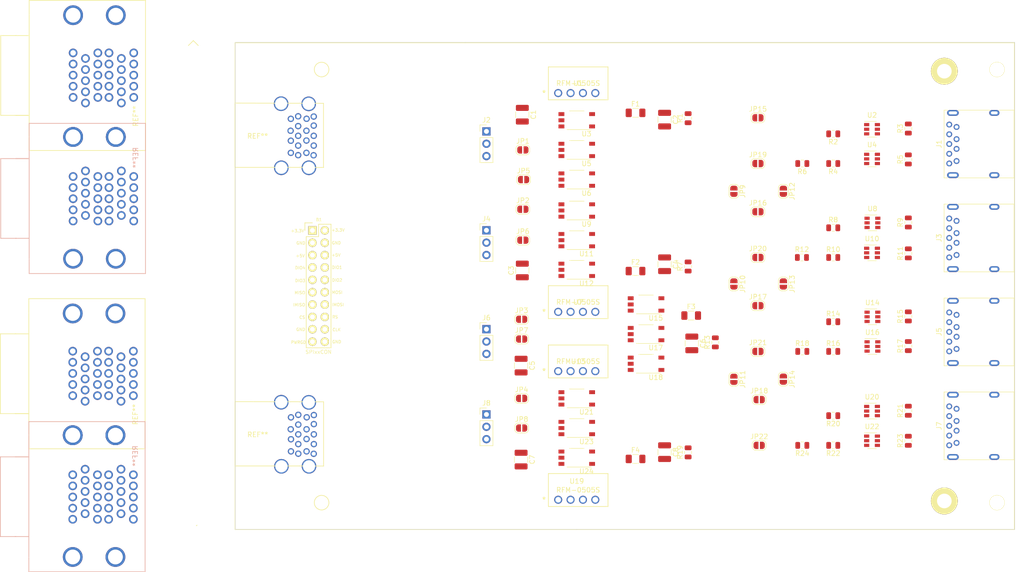
<source format=kicad_pcb>
(kicad_pcb (version 20171130) (host pcbnew 5.0.2+dfsg1-1)
  (layers (0 F.Cu signal) (31 B.Cu signal) (34 B.Paste user) (35 F.Paste user) (36 B.SilkS user) (37 F.SilkS user) (38 B.Mask user) (39 F.Mask user) (44 Edge.Cuts user))
  (net 0 "")
  (net 1 +5V)
  (net 2 GND)
  (net 3 "Net-(F1-Pad1)")
  (net 4 "Net-(J1-Pad1)")
  (net 5 "Net-(J1-Pad4)")
  (net 6 +3V3)
  (net 7 "Net-(B1-Pad5)")
  (net 8 "Net-(B1-Pad6)")
  (net 9 "Net-(B1-Pad7)")
  (net 10 "Net-(B1-Pad8)")
  (net 11 "Net-(B1-Pad9)")
  (net 12 "Net-(B1-Pad10)")
  (net 13 "Net-(B1-Pad11)")
  (net 14 "Net-(B1-Pad12)")
  (net 15 "Net-(B1-Pad13)")
  (net 16 "Net-(B1-Pad14)")
  (net 17 "Net-(B1-Pad15)")
  (net 18 "Net-(B1-Pad16)")
  (net 19 "Net-(B1-Pad18)")
  (net 20 ch1gnd)
  (net 21 ch1+5)
  (net 22 ch2+5)
  (net 23 ch2gnd)
  (net 24 ch3+5)
  (net 25 ch3gnd)
  (net 26 ch4gnd)
  (net 27 ch4+5)
  (net 28 "Net-(F2-Pad1)")
  (net 29 "Net-(F3-Pad1)")
  (net 30 "Net-(F4-Pad1)")
  (net 31 /CHANNEL_1/DATA-)
  (net 32 /CHANNEL_1/DATA+)
  (net 33 /CHANNEL_1/5V_SENSE)
  (net 34 /CHANNEL_1/CLK-)
  (net 35 /CHANNEL_1/CLK+)
  (net 36 /CHANNEL_1/0V_SENSE)
  (net 37 /CHANNEL_1/CLK)
  (net 38 /CHANNEL_1/DATA)
  (net 39 /CHANNEL_1/LINK_OK)
  (net 40 "Net-(J3-Pad1)")
  (net 41 /CHANNEL_2/0V_SENSE)
  (net 42 "Net-(J3-Pad4)")
  (net 43 /CHANNEL_2/CLK+)
  (net 44 /CHANNEL_2/CLK-)
  (net 45 /CHANNEL_2/5V_SENSE)
  (net 46 /CHANNEL_2/DATA+)
  (net 47 /CHANNEL_2/DATA-)
  (net 48 /CHANNEL_2/LINK_OK)
  (net 49 /CHANNEL_2/DATA)
  (net 50 /CHANNEL_2/CLK)
  (net 51 "Net-(J5-Pad1)")
  (net 52 /CHANNEL_3/0V_SENSE)
  (net 53 "Net-(J5-Pad4)")
  (net 54 /CHANNEL_3/CLK+)
  (net 55 /CHANNEL_3/CLK-)
  (net 56 /CHANNEL_3/5V_SENSE)
  (net 57 /CHANNEL_3/DATA+)
  (net 58 /CHANNEL_3/DATA-)
  (net 59 /CHANNEL_3/CLK)
  (net 60 /CHANNEL_3/DATA)
  (net 61 /CHANNEL_3/LINK_OK)
  (net 62 /CHANNEL_4/DATA-)
  (net 63 /CHANNEL_4/DATA+)
  (net 64 /CHANNEL_4/5V_SENSE)
  (net 65 /CHANNEL_4/CLK-)
  (net 66 /CHANNEL_4/CLK+)
  (net 67 "Net-(J7-Pad4)")
  (net 68 /CHANNEL_4/0V_SENSE)
  (net 69 "Net-(J7-Pad1)")
  (net 70 /CHANNEL_4/LINK_OK)
  (net 71 /CHANNEL_4/DATA)
  (net 72 /CHANNEL_4/CLK)
  (net 73 "Net-(JP1-Pad2)")
  (net 74 "Net-(JP10-Pad1)")
  (net 75 "Net-(JP10-Pad2)")
  (net 76 "Net-(JP11-Pad2)")
  (net 77 "Net-(JP12-Pad1)")
  (net 78 "Net-(JP12-Pad2)")
  (net 79 "Net-(JP13-Pad2)")
  (net 80 "Net-(JP14-Pad2)")
  (net 81 "Net-(R2-Pad1)")
  (net 82 "Net-(R2-Pad2)")
  (net 83 "Net-(R4-Pad2)")
  (net 84 "Net-(R4-Pad1)")
  (net 85 "Net-(R6-Pad2)")
  (net 86 "Net-(R8-Pad2)")
  (net 87 "Net-(R8-Pad1)")
  (net 88 "Net-(R10-Pad1)")
  (net 89 "Net-(R10-Pad2)")
  (net 90 "Net-(R12-Pad2)")
  (net 91 "Net-(R14-Pad1)")
  (net 92 "Net-(R14-Pad2)")
  (net 93 "Net-(R16-Pad2)")
  (net 94 "Net-(R16-Pad1)")
  (net 95 "Net-(R18-Pad2)")
  (net 96 "Net-(R20-Pad1)")
  (net 97 "Net-(R20-Pad2)")
  (net 98 "Net-(R22-Pad2)")
  (net 99 "Net-(R22-Pad1)")
  (net 100 "Net-(R24-Pad2)")
  (module kl25z:DB15HD-Duplo (layer F.Cu) (at 81.8304 115.6592 90)
    (fp_text reference REF** (at -3.86 0.4 90) (layer F.SilkS))
    (fp_text value DB15HD-Duplo)
    (pad 1 thru_hole circle (at 0 0 90) (size 1.778 1.778) (drill 1.143) (layers *.Cu *.Mask))
    (pad 2 thru_hole circle (at 2.286 0 90) (size 1.778 1.778) (drill 1.143) (layers *.Cu *.Mask))
    (pad 3 thru_hole circle (at 4.572 0 90) (size 1.778 1.778) (drill 1.143) (layers *.Cu *.Mask))
    (pad 4 thru_hole circle (at 6.858 0 90) (size 1.778 1.778) (drill 1.143) (layers *.Cu *.Mask))
    (pad 5 thru_hole circle (at 9.144 0 90) (size 1.778 1.778) (drill 1.143) (layers *.Cu *.Mask))
    (pad 6 thru_hole circle (at -1.143 -2.54 90) (size 1.778 1.778) (drill 1.143) (layers *.Cu *.Mask))
    (pad 7 thru_hole circle (at 1.143 -2.54 90) (size 1.778 1.778) (drill 1.143) (layers *.Cu *.Mask))
    (pad 8 thru_hole circle (at 3.429 -2.54 90) (size 1.778 1.778) (drill 1.143) (layers *.Cu *.Mask))
    (pad 9 thru_hole circle (at 5.715 -2.54 90) (size 1.778 1.778) (drill 1.143) (layers *.Cu *.Mask))
    (pad 10 thru_hole circle (at 8.001 -2.54 90) (size 1.778 1.778) (drill 1.143) (layers *.Cu *.Mask))
    (pad 11 thru_hole circle (at 0 -5.08 90) (size 1.778 1.778) (drill 1.143) (layers *.Cu *.Mask))
    (pad 12 thru_hole circle (at 2.286 -5.08 90) (size 1.778 1.778) (drill 1.143) (layers *.Cu *.Mask))
    (pad 13 thru_hole circle (at 4.572 -5.08 90) (size 1.778 1.778) (drill 1.143) (layers *.Cu *.Mask))
    (pad 14 thru_hole circle (at 6.858 -5.08 90) (size 1.778 1.778) (drill 1.143) (layers *.Cu *.Mask))
    (pad 15 thru_hole circle (at 9.144 -5.08 90) (size 1.778 1.778) (drill 1.143) (layers *.Cu *.Mask))
    (pad 16 thru_hole circle (at 0 -7.366 90) (size 1.778 1.778) (drill 1.143) (layers *.Cu *.Mask))
    (pad 17 thru_hole circle (at 2.286 -7.366 90) (size 1.778 1.778) (drill 1.143) (layers *.Cu *.Mask))
    (pad 18 thru_hole circle (at 4.572 -7.366 90) (size 1.778 1.778) (drill 1.143) (layers *.Cu *.Mask))
    (pad 19 thru_hole circle (at 6.858 -7.366 90) (size 1.778 1.778) (drill 1.143) (layers *.Cu *.Mask))
    (pad 20 thru_hole circle (at 9.144 -7.366 90) (size 1.778 1.778) (drill 1.143) (layers *.Cu *.Mask))
    (pad 21 thru_hole circle (at -1.143 -9.906 90) (size 1.778 1.778) (drill 1.143) (layers *.Cu *.Mask))
    (pad 22 thru_hole circle (at 1.143 -9.906 90) (size 1.778 1.778) (drill 1.143) (layers *.Cu *.Mask))
    (pad 23 thru_hole circle (at 3.429 -9.906 90) (size 1.778 1.778) (drill 1.143) (layers *.Cu *.Mask))
    (pad 24 thru_hole circle (at 5.715 -9.906 90) (size 1.778 1.778) (drill 1.143) (layers *.Cu *.Mask))
    (pad 25 thru_hole circle (at 8.001 -9.906 90) (size 1.778 1.778) (drill 1.143) (layers *.Cu *.Mask))
    (pad 26 thru_hole circle (at 0 -12.446 90) (size 1.778 1.778) (drill 1.143) (layers *.Cu *.Mask))
    (pad 27 thru_hole circle (at 2.286 -12.446 90) (size 1.778 1.778) (drill 1.143) (layers *.Cu *.Mask))
    (pad 28 thru_hole circle (at 4.572 -12.446 90) (size 1.778 1.778) (drill 1.143) (layers *.Cu *.Mask))
    (pad 29 thru_hole circle (at 6.858 -12.446 90) (size 1.778 1.778) (drill 1.143) (layers *.Cu *.Mask))
    (pad 30 thru_hole circle (at 9.144 -12.446 90) (size 1.778 1.778) (drill 1.143) (layers *.Cu *.Mask))
    (pad 31 thru_hole circle (at -8.128 -12.446 90) (size 4.064 4.064) (drill 3.048) (layers *.Cu *.Mask))
    (pad 32 thru_hole circle (at -8.128 -3.683 90) (size 4.064 4.064) (drill 3.048) (layers *.Cu *.Mask))
    (pad 33 thru_hole circle (at 16.891 -12.446 90) (size 4.064 4.064) (drill 3.048) (layers *.Cu *.Mask))
    (pad 34 thru_hole circle (at 16.891 -3.683 90) (size 4.064 4.064) (drill 3.048) (layers *.Cu *.Mask))
  )
  (module kl25z:DB15HD-Duplo (layer B.Cu) (at 81.8304 131.9152 270)
    (fp_text reference REF** (at -3.86 -0.4 270) (layer B.SilkS) (effects (justify mirror)))
    (fp_text value DB15HD-Duplo)
    (pad 1 thru_hole circle (at 0 0 270) (size 1.778 1.778) (drill 1.143) (layers *.Cu *.Mask))
    (pad 2 thru_hole circle (at 2.286 0 270) (size 1.778 1.778) (drill 1.143) (layers *.Cu *.Mask))
    (pad 3 thru_hole circle (at 4.572 0 270) (size 1.778 1.778) (drill 1.143) (layers *.Cu *.Mask))
    (pad 4 thru_hole circle (at 6.858 0 270) (size 1.778 1.778) (drill 1.143) (layers *.Cu *.Mask))
    (pad 5 thru_hole circle (at 9.144 0 270) (size 1.778 1.778) (drill 1.143) (layers *.Cu *.Mask))
    (pad 6 thru_hole circle (at -1.143 2.54 270) (size 1.778 1.778) (drill 1.143) (layers *.Cu *.Mask))
    (pad 7 thru_hole circle (at 1.143 2.54 270) (size 1.778 1.778) (drill 1.143) (layers *.Cu *.Mask))
    (pad 8 thru_hole circle (at 3.429 2.54 270) (size 1.778 1.778) (drill 1.143) (layers *.Cu *.Mask))
    (pad 9 thru_hole circle (at 5.715 2.54 270) (size 1.778 1.778) (drill 1.143) (layers *.Cu *.Mask))
    (pad 10 thru_hole circle (at 8.001 2.54 270) (size 1.778 1.778) (drill 1.143) (layers *.Cu *.Mask))
    (pad 11 thru_hole circle (at 0 5.08 270) (size 1.778 1.778) (drill 1.143) (layers *.Cu *.Mask))
    (pad 12 thru_hole circle (at 2.286 5.08 270) (size 1.778 1.778) (drill 1.143) (layers *.Cu *.Mask))
    (pad 13 thru_hole circle (at 4.572 5.08 270) (size 1.778 1.778) (drill 1.143) (layers *.Cu *.Mask))
    (pad 14 thru_hole circle (at 6.858 5.08 270) (size 1.778 1.778) (drill 1.143) (layers *.Cu *.Mask))
    (pad 15 thru_hole circle (at 9.144 5.08 270) (size 1.778 1.778) (drill 1.143) (layers *.Cu *.Mask))
    (pad 16 thru_hole circle (at 0 7.366 270) (size 1.778 1.778) (drill 1.143) (layers *.Cu *.Mask))
    (pad 17 thru_hole circle (at 2.286 7.366 270) (size 1.778 1.778) (drill 1.143) (layers *.Cu *.Mask))
    (pad 18 thru_hole circle (at 4.572 7.366 270) (size 1.778 1.778) (drill 1.143) (layers *.Cu *.Mask))
    (pad 19 thru_hole circle (at 6.858 7.366 270) (size 1.778 1.778) (drill 1.143) (layers *.Cu *.Mask))
    (pad 20 thru_hole circle (at 9.144 7.366 270) (size 1.778 1.778) (drill 1.143) (layers *.Cu *.Mask))
    (pad 21 thru_hole circle (at -1.143 9.906 270) (size 1.778 1.778) (drill 1.143) (layers *.Cu *.Mask))
    (pad 22 thru_hole circle (at 1.143 9.906 270) (size 1.778 1.778) (drill 1.143) (layers *.Cu *.Mask))
    (pad 23 thru_hole circle (at 3.429 9.906 270) (size 1.778 1.778) (drill 1.143) (layers *.Cu *.Mask))
    (pad 24 thru_hole circle (at 5.715 9.906 270) (size 1.778 1.778) (drill 1.143) (layers *.Cu *.Mask))
    (pad 25 thru_hole circle (at 8.001 9.906 270) (size 1.778 1.778) (drill 1.143) (layers *.Cu *.Mask))
    (pad 26 thru_hole circle (at 0 12.446 270) (size 1.778 1.778) (drill 1.143) (layers *.Cu *.Mask))
    (pad 27 thru_hole circle (at 2.286 12.446 270) (size 1.778 1.778) (drill 1.143) (layers *.Cu *.Mask))
    (pad 28 thru_hole circle (at 4.572 12.446 270) (size 1.778 1.778) (drill 1.143) (layers *.Cu *.Mask))
    (pad 29 thru_hole circle (at 6.858 12.446 270) (size 1.778 1.778) (drill 1.143) (layers *.Cu *.Mask))
    (pad 30 thru_hole circle (at 9.144 12.446 270) (size 1.778 1.778) (drill 1.143) (layers *.Cu *.Mask))
    (pad 31 thru_hole circle (at -8.128 12.446 270) (size 4.064 4.064) (drill 3.048) (layers *.Cu *.Mask))
    (pad 32 thru_hole circle (at -8.128 3.683 270) (size 4.064 4.064) (drill 3.048) (layers *.Cu *.Mask))
    (pad 33 thru_hole circle (at 16.891 12.446 270) (size 4.064 4.064) (drill 3.048) (layers *.Cu *.Mask))
    (pad 34 thru_hole circle (at 16.891 3.683 270) (size 4.064 4.064) (drill 3.048) (layers *.Cu *.Mask))
  )
  (module Controle:Eurocard_template_editado (layer F.Cu) (at 262.716 143.142 180)
    (fp_text reference " " hide)
    (fp_text value C64AC)
    (pad 1 thru_hole circle (at 14.3891 5.842 180) (size 5.5 5.5) (drill 3) (layers *.Cu *.Mask F.SilkS))
    (pad 0 thru_hole circle (at 3.57 94.5 180) (size 3 3) (drill 3) (layers *.Cu *.Mask F.SilkS))
    (pad 0 thru_hole circle (at 3.57 5.5 180) (size 3 3) (drill 3) (layers *.Cu *.Mask F.SilkS))
    (pad 1 thru_hole circle (at 14.3891 94.158 180) (size 5.5 5.5) (drill 3) (layers *.Cu *.Mask F.SilkS))
  )
  (module Pin_Headers:Pin_Header_Straight_2x10 (layer F.Cu) (at 118.596 81.703)
    (fp_text reference B1 (at 1.3255 -2.2004) (layer F.SilkS) (effects (font (size 0.6 0.6) (thickness 0.1))))
    (fp_text value SPIxxCON (at 1.2493 24.9776) (layer F.SilkS) (effects (font (size 0.75 0.75) (thickness 0.1))))
    (pad 1 thru_hole rect (at 0 0) (size 1.7272 1.7272) (drill 1.016) (layers *.Cu *.Mask F.SilkS) (net 6 +3V3))
    (pad 2 thru_hole oval (at 2.54 0) (size 1.7272 1.7272) (drill 1.016) (layers *.Cu *.Mask F.SilkS) (net 6 +3V3))
    (pad 3 thru_hole oval (at 0 2.54) (size 1.7272 1.7272) (drill 1.016) (layers *.Cu *.Mask F.SilkS) (net 2 GND))
    (pad 4 thru_hole oval (at 2.54 2.54) (size 1.7272 1.7272) (drill 1.016) (layers *.Cu *.Mask F.SilkS) (net 2 GND))
    (pad 5 thru_hole oval (at 0 5.08) (size 1.7272 1.7272) (drill 1.016) (layers *.Cu *.Mask F.SilkS) (net 7 "Net-(B1-Pad5)"))
    (pad 6 thru_hole oval (at 2.54 5.08) (size 1.7272 1.7272) (drill 1.016) (layers *.Cu *.Mask F.SilkS) (net 8 "Net-(B1-Pad6)"))
    (pad 7 thru_hole oval (at 0 7.62) (size 1.7272 1.7272) (drill 1.016) (layers *.Cu *.Mask F.SilkS) (net 9 "Net-(B1-Pad7)"))
    (pad 8 thru_hole oval (at 2.54 7.62) (size 1.7272 1.7272) (drill 1.016) (layers *.Cu *.Mask F.SilkS) (net 10 "Net-(B1-Pad8)"))
    (pad 9 thru_hole oval (at 0 10.16) (size 1.7272 1.7272) (drill 1.016) (layers *.Cu *.Mask F.SilkS) (net 11 "Net-(B1-Pad9)"))
    (pad 10 thru_hole oval (at 2.54 10.16) (size 1.7272 1.7272) (drill 1.016) (layers *.Cu *.Mask F.SilkS) (net 12 "Net-(B1-Pad10)"))
    (pad 11 thru_hole oval (at 0 12.7) (size 1.7272 1.7272) (drill 1.016) (layers *.Cu *.Mask F.SilkS) (net 13 "Net-(B1-Pad11)"))
    (pad 12 thru_hole oval (at 2.54 12.7) (size 1.7272 1.7272) (drill 1.016) (layers *.Cu *.Mask F.SilkS) (net 14 "Net-(B1-Pad12)"))
    (pad 13 thru_hole oval (at 0 15.24) (size 1.7272 1.7272) (drill 1.016) (layers *.Cu *.Mask F.SilkS) (net 15 "Net-(B1-Pad13)"))
    (pad 14 thru_hole oval (at 2.54 15.24) (size 1.7272 1.7272) (drill 1.016) (layers *.Cu *.Mask F.SilkS) (net 16 "Net-(B1-Pad14)"))
    (pad 15 thru_hole oval (at 0 17.78) (size 1.7272 1.7272) (drill 1.016) (layers *.Cu *.Mask F.SilkS) (net 17 "Net-(B1-Pad15)"))
    (pad 16 thru_hole oval (at 2.54 17.78) (size 1.7272 1.7272) (drill 1.016) (layers *.Cu *.Mask F.SilkS) (net 18 "Net-(B1-Pad16)"))
    (pad 17 thru_hole oval (at 0 20.32) (size 1.7272 1.7272) (drill 1.016) (layers *.Cu *.Mask F.SilkS) (net 2 GND))
    (pad 18 thru_hole oval (at 2.54 20.32) (size 1.7272 1.7272) (drill 1.016) (layers *.Cu *.Mask F.SilkS) (net 19 "Net-(B1-Pad18)"))
    (pad 19 thru_hole oval (at 0 22.86) (size 1.7272 1.7272) (drill 1.016) (layers *.Cu *.Mask F.SilkS) (net 1 +5V))
    (pad 20 thru_hole oval (at 2.54 22.86) (size 1.7272 1.7272) (drill 1.016) (layers *.Cu *.Mask F.SilkS) (net 2 GND))
  )
  (module Capacitor_SMD:C_1210_3225Metric (layer F.Cu) (at 161.688 57.922 270)
    (fp_text reference C1 (at 0 -2.28 270) (layer F.SilkS))
    (fp_text value 10u)
    (pad 1 smd roundrect (at -1.4 0 270) (size 1.25 2.65) (layers F.Cu F.Paste F.Mask) (roundrect_rratio 0.2) (net 1 +5V))
    (pad 2 smd roundrect (at 1.4 0 270) (size 1.25 2.65) (layers F.Cu F.Paste F.Mask) (roundrect_rratio 0.2) (net 2 GND))
  )
  (module Capacitor_SMD:C_1210_3225Metric (layer F.Cu) (at 190.898 58.938 270)
    (fp_text reference C2 (at 0 -2.28 270) (layer F.SilkS))
    (fp_text value 10u)
    (pad 2 smd roundrect (at 1.4 0 270) (size 1.25 2.65) (layers F.Cu F.Paste F.Mask) (roundrect_rratio 0.2) (net 20 ch1gnd))
    (pad 1 smd roundrect (at -1.4 0 270) (size 1.25 2.65) (layers F.Cu F.Paste F.Mask) (roundrect_rratio 0.2) (net 21 ch1+5))
  )
  (module Capacitor_SMD:C_1210_3225Metric (layer F.Cu) (at 161.688 89.932 90)
    (fp_text reference C3 (at 0 -2.28 90) (layer F.SilkS))
    (fp_text value 10u)
    (pad 2 smd roundrect (at 1.4 0 90) (size 1.25 2.65) (layers F.Cu F.Paste F.Mask) (roundrect_rratio 0.2) (net 2 GND))
    (pad 1 smd roundrect (at -1.4 0 90) (size 1.25 2.65) (layers F.Cu F.Paste F.Mask) (roundrect_rratio 0.2) (net 1 +5V))
  )
  (module Capacitor_SMD:C_1210_3225Metric (layer F.Cu) (at 190.898 88.656 270)
    (fp_text reference C4 (at 0 -2.28 270) (layer F.SilkS))
    (fp_text value 10u)
    (pad 1 smd roundrect (at -1.4 0 270) (size 1.25 2.65) (layers F.Cu F.Paste F.Mask) (roundrect_rratio 0.2) (net 22 ch2+5))
    (pad 2 smd roundrect (at 1.4 0 270) (size 1.25 2.65) (layers F.Cu F.Paste F.Mask) (roundrect_rratio 0.2) (net 23 ch2gnd))
  )
  (module Capacitor_SMD:C_1210_3225Metric (layer F.Cu) (at 161.434 109.484 270)
    (fp_text reference C5 (at 0 -2.28 270) (layer F.SilkS))
    (fp_text value 10u)
    (pad 2 smd roundrect (at 1.4 0 270) (size 1.25 2.65) (layers F.Cu F.Paste F.Mask) (roundrect_rratio 0.2) (net 2 GND))
    (pad 1 smd roundrect (at -1.4 0 270) (size 1.25 2.65) (layers F.Cu F.Paste F.Mask) (roundrect_rratio 0.2) (net 1 +5V))
  )
  (module Capacitor_SMD:C_1210_3225Metric (layer F.Cu) (at 196.486 104.918 270)
    (fp_text reference C6 (at 0 -2.28 270) (layer F.SilkS))
    (fp_text value 10u)
    (pad 1 smd roundrect (at -1.4 0 270) (size 1.25 2.65) (layers F.Cu F.Paste F.Mask) (roundrect_rratio 0.2) (net 24 ch3+5))
    (pad 2 smd roundrect (at 1.4 0 270) (size 1.25 2.65) (layers F.Cu F.Paste F.Mask) (roundrect_rratio 0.2) (net 25 ch3gnd))
  )
  (module Capacitor_SMD:C_1210_3225Metric (layer F.Cu) (at 161.434 128.794 270)
    (fp_text reference C7 (at 0 -2.28 270) (layer F.SilkS))
    (fp_text value 10u)
    (pad 1 smd roundrect (at -1.4 0 270) (size 1.25 2.65) (layers F.Cu F.Paste F.Mask) (roundrect_rratio 0.2) (net 1 +5V))
    (pad 2 smd roundrect (at 1.4 0 270) (size 1.25 2.65) (layers F.Cu F.Paste F.Mask) (roundrect_rratio 0.2) (net 2 GND))
  )
  (module Capacitor_SMD:C_1210_3225Metric (layer F.Cu) (at 190.898 127.264 270)
    (fp_text reference C8 (at 0 -2.28 270) (layer F.SilkS))
    (fp_text value 10u)
    (pad 2 smd roundrect (at 1.4 0 270) (size 1.25 2.65) (layers F.Cu F.Paste F.Mask) (roundrect_rratio 0.2) (net 26 ch4gnd))
    (pad 1 smd roundrect (at -1.4 0 270) (size 1.25 2.65) (layers F.Cu F.Paste F.Mask) (roundrect_rratio 0.2) (net 27 ch4+5))
  )
  (module Fuse:Fuse_1206_3216Metric (layer F.Cu) (at 184.932 57.544)
    (fp_text reference F1 (at 0 -1.82) (layer F.SilkS))
    (fp_text value Protc)
    (pad 1 smd roundrect (at -1.4 0) (size 1.25 1.75) (layers F.Cu F.Paste F.Mask) (roundrect_rratio 0.2) (net 3 "Net-(F1-Pad1)"))
    (pad 2 smd roundrect (at 1.4 0) (size 1.25 1.75) (layers F.Cu F.Paste F.Mask) (roundrect_rratio 0.2) (net 21 ch1+5))
  )
  (module Fuse:Fuse_1206_3216Metric (layer F.Cu) (at 184.926 90.056)
    (fp_text reference F2 (at 0 -1.82) (layer F.SilkS))
    (fp_text value Protc)
    (pad 1 smd roundrect (at -1.4 0) (size 1.25 1.75) (layers F.Cu F.Paste F.Mask) (roundrect_rratio 0.2) (net 28 "Net-(F2-Pad1)"))
    (pad 2 smd roundrect (at 1.4 0) (size 1.25 1.75) (layers F.Cu F.Paste F.Mask) (roundrect_rratio 0.2) (net 22 ch2+5))
  )
  (module Fuse:Fuse_1206_3216Metric (layer F.Cu) (at 196.356 99.2)
    (fp_text reference F3 (at 0 -1.82) (layer F.SilkS))
    (fp_text value Protc)
    (pad 2 smd roundrect (at 1.4 0) (size 1.25 1.75) (layers F.Cu F.Paste F.Mask) (roundrect_rratio 0.2) (net 24 ch3+5))
    (pad 1 smd roundrect (at -1.4 0) (size 1.25 1.75) (layers F.Cu F.Paste F.Mask) (roundrect_rratio 0.2) (net 29 "Net-(F3-Pad1)"))
  )
  (module Fuse:Fuse_1206_3216Metric (layer F.Cu) (at 184.932 128.664)
    (fp_text reference F4 (at 0 -1.82) (layer F.SilkS))
    (fp_text value Protc)
    (pad 2 smd roundrect (at 1.4 0) (size 1.25 1.75) (layers F.Cu F.Paste F.Mask) (roundrect_rratio 0.2) (net 27 ch4+5))
    (pad 1 smd roundrect (at -1.4 0) (size 1.25 1.75) (layers F.Cu F.Paste F.Mask) (roundrect_rratio 0.2) (net 30 "Net-(F4-Pad1)"))
  )
  (module Connector_USB:USB3_A_Molex_48393-001 (layer F.Cu) (at 250.842 67.45 90)
    (fp_text reference J1 (at 3.5 -3.6 90) (layer F.SilkS))
    (fp_text value USB3_A)
    (pad 10 thru_hole oval (at -2.9 7.75 90) (size 1.2 2.1) (drill oval 0.6 1.4) (layers *.Cu *.Mask) (net 20 ch1gnd))
    (pad 10 thru_hole oval (at 9.9 7.75 90) (size 1.2 2.1) (drill oval 0.6 1.4) (layers *.Cu *.Mask) (net 20 ch1gnd))
    (pad 10 thru_hole oval (at -2.9 -0.75 90) (size 1.2 2.4) (drill oval 0.6 1.7) (layers *.Cu *.Mask) (net 20 ch1gnd))
    (pad 10 thru_hole oval (at 9.9 -0.75 90) (size 1.2 2.4) (drill oval 0.6 1.7) (layers *.Cu *.Mask) (net 20 ch1gnd))
    (pad 9 thru_hole circle (at -0.5 -1.5 90) (size 1.2 1.2) (drill 0.7) (layers *.Cu *.Mask) (net 31 /CHANNEL_1/DATA-))
    (pad 8 thru_hole circle (at 1.5 -1.5 90) (size 1.2 1.2) (drill 0.7) (layers *.Cu *.Mask) (net 32 /CHANNEL_1/DATA+))
    (pad 7 thru_hole circle (at 3.5 -1.5 90) (size 1.2 1.2) (drill 0.7) (layers *.Cu *.Mask) (net 33 /CHANNEL_1/5V_SENSE))
    (pad 6 thru_hole circle (at 5.5 -1.5 90) (size 1.2 1.2) (drill 0.7) (layers *.Cu *.Mask) (net 34 /CHANNEL_1/CLK-))
    (pad 5 thru_hole circle (at 7.5 -1.5 90) (size 1.2 1.2) (drill 0.7) (layers *.Cu *.Mask) (net 35 /CHANNEL_1/CLK+))
    (pad 4 thru_hole circle (at 7 0 90) (size 1.2 1.2) (drill 0.7) (layers *.Cu *.Mask) (net 5 "Net-(J1-Pad4)"))
    (pad 3 thru_hole circle (at 4.5 0 90) (size 1.2 1.2) (drill 0.7) (layers *.Cu *.Mask) (net 20 ch1gnd))
    (pad 2 thru_hole circle (at 2.5 0 90) (size 1.2 1.2) (drill 0.7) (layers *.Cu *.Mask) (net 36 /CHANNEL_1/0V_SENSE))
    (pad 1 thru_hole circle (at 0 0 90) (size 1.2 1.2) (drill 0.7) (layers *.Cu *.Mask) (net 4 "Net-(J1-Pad1)"))
  )
  (module Connector_PinHeader_2.54mm:PinHeader_1x03_P2.54mm_Vertical (layer F.Cu) (at 154.322 61.354)
    (fp_text reference J2 (at 0 -2.33) (layer F.SilkS))
    (fp_text value Conn_01x03)
    (pad 1 thru_hole rect (at 0 0) (size 1.7 1.7) (drill 1) (layers *.Cu *.Mask) (net 37 /CHANNEL_1/CLK))
    (pad 2 thru_hole oval (at 0 2.54) (size 1.7 1.7) (drill 1) (layers *.Cu *.Mask) (net 38 /CHANNEL_1/DATA))
    (pad 3 thru_hole oval (at 0 5.08) (size 1.7 1.7) (drill 1) (layers *.Cu *.Mask) (net 39 /CHANNEL_1/LINK_OK))
  )
  (module Connector_USB:USB3_A_Molex_48393-001 (layer F.Cu) (at 250.842 86.754 90)
    (fp_text reference J3 (at 3.5 -3.6 90) (layer F.SilkS))
    (fp_text value USB3_A)
    (pad 1 thru_hole circle (at 0 0 90) (size 1.2 1.2) (drill 0.7) (layers *.Cu *.Mask) (net 40 "Net-(J3-Pad1)"))
    (pad 2 thru_hole circle (at 2.5 0 90) (size 1.2 1.2) (drill 0.7) (layers *.Cu *.Mask) (net 41 /CHANNEL_2/0V_SENSE))
    (pad 3 thru_hole circle (at 4.5 0 90) (size 1.2 1.2) (drill 0.7) (layers *.Cu *.Mask) (net 23 ch2gnd))
    (pad 4 thru_hole circle (at 7 0 90) (size 1.2 1.2) (drill 0.7) (layers *.Cu *.Mask) (net 42 "Net-(J3-Pad4)"))
    (pad 5 thru_hole circle (at 7.5 -1.5 90) (size 1.2 1.2) (drill 0.7) (layers *.Cu *.Mask) (net 43 /CHANNEL_2/CLK+))
    (pad 6 thru_hole circle (at 5.5 -1.5 90) (size 1.2 1.2) (drill 0.7) (layers *.Cu *.Mask) (net 44 /CHANNEL_2/CLK-))
    (pad 7 thru_hole circle (at 3.5 -1.5 90) (size 1.2 1.2) (drill 0.7) (layers *.Cu *.Mask) (net 45 /CHANNEL_2/5V_SENSE))
    (pad 8 thru_hole circle (at 1.5 -1.5 90) (size 1.2 1.2) (drill 0.7) (layers *.Cu *.Mask) (net 46 /CHANNEL_2/DATA+))
    (pad 9 thru_hole circle (at -0.5 -1.5 90) (size 1.2 1.2) (drill 0.7) (layers *.Cu *.Mask) (net 47 /CHANNEL_2/DATA-))
    (pad 10 thru_hole oval (at 9.9 -0.75 90) (size 1.2 2.4) (drill oval 0.6 1.7) (layers *.Cu *.Mask) (net 23 ch2gnd))
    (pad 10 thru_hole oval (at -2.9 -0.75 90) (size 1.2 2.4) (drill oval 0.6 1.7) (layers *.Cu *.Mask) (net 23 ch2gnd))
    (pad 10 thru_hole oval (at 9.9 7.75 90) (size 1.2 2.1) (drill oval 0.6 1.4) (layers *.Cu *.Mask) (net 23 ch2gnd))
    (pad 10 thru_hole oval (at -2.9 7.75 90) (size 1.2 2.1) (drill oval 0.6 1.4) (layers *.Cu *.Mask) (net 23 ch2gnd))
  )
  (module Connector_PinHeader_2.54mm:PinHeader_1x03_P2.54mm_Vertical (layer F.Cu) (at 154.322 81.674)
    (fp_text reference J4 (at 0 -2.33) (layer F.SilkS))
    (fp_text value Conn_01x03)
    (pad 3 thru_hole oval (at 0 5.08) (size 1.7 1.7) (drill 1) (layers *.Cu *.Mask) (net 48 /CHANNEL_2/LINK_OK))
    (pad 2 thru_hole oval (at 0 2.54) (size 1.7 1.7) (drill 1) (layers *.Cu *.Mask) (net 49 /CHANNEL_2/DATA))
    (pad 1 thru_hole rect (at 0 0) (size 1.7 1.7) (drill 1) (layers *.Cu *.Mask) (net 50 /CHANNEL_2/CLK))
  )
  (module Connector_USB:USB3_A_Molex_48393-001 (layer F.Cu) (at 250.842 106.058 90)
    (fp_text reference J5 (at 3.5 -3.6 90) (layer F.SilkS))
    (fp_text value USB3_A)
    (pad 1 thru_hole circle (at 0 0 90) (size 1.2 1.2) (drill 0.7) (layers *.Cu *.Mask) (net 51 "Net-(J5-Pad1)"))
    (pad 2 thru_hole circle (at 2.5 0 90) (size 1.2 1.2) (drill 0.7) (layers *.Cu *.Mask) (net 52 /CHANNEL_3/0V_SENSE))
    (pad 3 thru_hole circle (at 4.5 0 90) (size 1.2 1.2) (drill 0.7) (layers *.Cu *.Mask) (net 25 ch3gnd))
    (pad 4 thru_hole circle (at 7 0 90) (size 1.2 1.2) (drill 0.7) (layers *.Cu *.Mask) (net 53 "Net-(J5-Pad4)"))
    (pad 5 thru_hole circle (at 7.5 -1.5 90) (size 1.2 1.2) (drill 0.7) (layers *.Cu *.Mask) (net 54 /CHANNEL_3/CLK+))
    (pad 6 thru_hole circle (at 5.5 -1.5 90) (size 1.2 1.2) (drill 0.7) (layers *.Cu *.Mask) (net 55 /CHANNEL_3/CLK-))
    (pad 7 thru_hole circle (at 3.5 -1.5 90) (size 1.2 1.2) (drill 0.7) (layers *.Cu *.Mask) (net 56 /CHANNEL_3/5V_SENSE))
    (pad 8 thru_hole circle (at 1.5 -1.5 90) (size 1.2 1.2) (drill 0.7) (layers *.Cu *.Mask) (net 57 /CHANNEL_3/DATA+))
    (pad 9 thru_hole circle (at -0.5 -1.5 90) (size 1.2 1.2) (drill 0.7) (layers *.Cu *.Mask) (net 58 /CHANNEL_3/DATA-))
    (pad 10 thru_hole oval (at 9.9 -0.75 90) (size 1.2 2.4) (drill oval 0.6 1.7) (layers *.Cu *.Mask) (net 25 ch3gnd))
    (pad 10 thru_hole oval (at -2.9 -0.75 90) (size 1.2 2.4) (drill oval 0.6 1.7) (layers *.Cu *.Mask) (net 25 ch3gnd))
    (pad 10 thru_hole oval (at 9.9 7.75 90) (size 1.2 2.1) (drill oval 0.6 1.4) (layers *.Cu *.Mask) (net 25 ch3gnd))
    (pad 10 thru_hole oval (at -2.9 7.75 90) (size 1.2 2.1) (drill oval 0.6 1.4) (layers *.Cu *.Mask) (net 25 ch3gnd))
  )
  (module Connector_PinHeader_2.54mm:PinHeader_1x03_P2.54mm_Vertical (layer F.Cu) (at 154.322 101.994)
    (fp_text reference J6 (at 0 -2.33) (layer F.SilkS))
    (fp_text value Conn_01x03)
    (pad 1 thru_hole rect (at 0 0) (size 1.7 1.7) (drill 1) (layers *.Cu *.Mask) (net 59 /CHANNEL_3/CLK))
    (pad 2 thru_hole oval (at 0 2.54) (size 1.7 1.7) (drill 1) (layers *.Cu *.Mask) (net 60 /CHANNEL_3/DATA))
    (pad 3 thru_hole oval (at 0 5.08) (size 1.7 1.7) (drill 1) (layers *.Cu *.Mask) (net 61 /CHANNEL_3/LINK_OK))
  )
  (module Connector_USB:USB3_A_Molex_48393-001 (layer F.Cu) (at 250.842 125.362 90)
    (fp_text reference J7 (at 3.5 -3.6 90) (layer F.SilkS))
    (fp_text value USB3_A)
    (pad 10 thru_hole oval (at -2.9 7.75 90) (size 1.2 2.1) (drill oval 0.6 1.4) (layers *.Cu *.Mask) (net 26 ch4gnd))
    (pad 10 thru_hole oval (at 9.9 7.75 90) (size 1.2 2.1) (drill oval 0.6 1.4) (layers *.Cu *.Mask) (net 26 ch4gnd))
    (pad 10 thru_hole oval (at -2.9 -0.75 90) (size 1.2 2.4) (drill oval 0.6 1.7) (layers *.Cu *.Mask) (net 26 ch4gnd))
    (pad 10 thru_hole oval (at 9.9 -0.75 90) (size 1.2 2.4) (drill oval 0.6 1.7) (layers *.Cu *.Mask) (net 26 ch4gnd))
    (pad 9 thru_hole circle (at -0.5 -1.5 90) (size 1.2 1.2) (drill 0.7) (layers *.Cu *.Mask) (net 62 /CHANNEL_4/DATA-))
    (pad 8 thru_hole circle (at 1.5 -1.5 90) (size 1.2 1.2) (drill 0.7) (layers *.Cu *.Mask) (net 63 /CHANNEL_4/DATA+))
    (pad 7 thru_hole circle (at 3.5 -1.5 90) (size 1.2 1.2) (drill 0.7) (layers *.Cu *.Mask) (net 64 /CHANNEL_4/5V_SENSE))
    (pad 6 thru_hole circle (at 5.5 -1.5 90) (size 1.2 1.2) (drill 0.7) (layers *.Cu *.Mask) (net 65 /CHANNEL_4/CLK-))
    (pad 5 thru_hole circle (at 7.5 -1.5 90) (size 1.2 1.2) (drill 0.7) (layers *.Cu *.Mask) (net 66 /CHANNEL_4/CLK+))
    (pad 4 thru_hole circle (at 7 0 90) (size 1.2 1.2) (drill 0.7) (layers *.Cu *.Mask) (net 67 "Net-(J7-Pad4)"))
    (pad 3 thru_hole circle (at 4.5 0 90) (size 1.2 1.2) (drill 0.7) (layers *.Cu *.Mask) (net 26 ch4gnd))
    (pad 2 thru_hole circle (at 2.5 0 90) (size 1.2 1.2) (drill 0.7) (layers *.Cu *.Mask) (net 68 /CHANNEL_4/0V_SENSE))
    (pad 1 thru_hole circle (at 0 0 90) (size 1.2 1.2) (drill 0.7) (layers *.Cu *.Mask) (net 69 "Net-(J7-Pad1)"))
  )
  (module Connector_PinHeader_2.54mm:PinHeader_1x03_P2.54mm_Vertical (layer F.Cu) (at 154.322 119.52)
    (fp_text reference J8 (at 0 -2.33) (layer F.SilkS))
    (fp_text value Conn_01x03)
    (pad 3 thru_hole oval (at 0 5.08) (size 1.7 1.7) (drill 1) (layers *.Cu *.Mask) (net 70 /CHANNEL_4/LINK_OK))
    (pad 2 thru_hole oval (at 0 2.54) (size 1.7 1.7) (drill 1) (layers *.Cu *.Mask) (net 71 /CHANNEL_4/DATA))
    (pad 1 thru_hole rect (at 0 0) (size 1.7 1.7) (drill 1) (layers *.Cu *.Mask) (net 72 /CHANNEL_4/CLK))
  )
  (module Jumper:SolderJumper-2_P1.3mm_Open_RoundedPad1.0x1.5mm (layer F.Cu) (at 161.8 65.164)
    (fp_text reference JP1 (at 0 -1.8) (layer F.SilkS))
    (fp_text value ch1_5_g5)
    (pad 1 smd custom (at -0.65 0) (size 1 0.5) (layers F.Cu F.Mask) (net 1 +5V) (options (clearance outline) (anchor rect)) (primitives (gr_circle (center 0 0.25) (end 0.5 0.25) (width 0)) (gr_circle (center 0 -0.25) (end 0.5 -0.25) (width 0)) (gr_poly (pts (xy 0 -0.75) (xy 0.5 -0.75) (xy 0.5 0.75) (xy 0 0.75)) (width 0))))
    (pad 2 smd custom (at 0.65 0) (size 1 0.5) (layers F.Cu F.Mask) (net 73 "Net-(JP1-Pad2)") (options (clearance outline) (anchor rect)) (primitives (gr_circle (center 0 0.25) (end 0.5 0.25) (width 0)) (gr_circle (center 0 -0.25) (end 0.5 -0.25) (width 0)) (gr_poly (pts (xy 0 -0.75) (xy -0.5 -0.75) (xy -0.5 0.75) (xy 0 0.75)) (width 0))))
  )
  (module Jumper:SolderJumper-2_P1.3mm_Open_RoundedPad1.0x1.5mm (layer F.Cu) (at 161.8 77.356)
    (fp_text reference JP2 (at 0 -1.8) (layer F.SilkS))
    (fp_text value ch2_5_g5)
    (pad 2 smd custom (at 0.65 0) (size 1 0.5) (layers F.Cu F.Mask) (net 74 "Net-(JP10-Pad1)") (options (clearance outline) (anchor rect)) (primitives (gr_circle (center 0 0.25) (end 0.5 0.25) (width 0)) (gr_circle (center 0 -0.25) (end 0.5 -0.25) (width 0)) (gr_poly (pts (xy 0 -0.75) (xy -0.5 -0.75) (xy -0.5 0.75) (xy 0 0.75)) (width 0))))
    (pad 1 smd custom (at -0.65 0) (size 1 0.5) (layers F.Cu F.Mask) (net 1 +5V) (options (clearance outline) (anchor rect)) (primitives (gr_circle (center 0 0.25) (end 0.5 0.25) (width 0)) (gr_circle (center 0 -0.25) (end 0.5 -0.25) (width 0)) (gr_poly (pts (xy 0 -0.75) (xy 0.5 -0.75) (xy 0.5 0.75) (xy 0 0.75)) (width 0))))
  )
  (module Jumper:SolderJumper-2_P1.3mm_Open_RoundedPad1.0x1.5mm (layer F.Cu) (at 161.546 99.962)
    (fp_text reference JP3 (at 0 -1.8) (layer F.SilkS))
    (fp_text value ch3_5_g5)
    (pad 2 smd custom (at 0.65 0) (size 1 0.5) (layers F.Cu F.Mask) (net 75 "Net-(JP10-Pad2)") (options (clearance outline) (anchor rect)) (primitives (gr_circle (center 0 0.25) (end 0.5 0.25) (width 0)) (gr_circle (center 0 -0.25) (end 0.5 -0.25) (width 0)) (gr_poly (pts (xy 0 -0.75) (xy -0.5 -0.75) (xy -0.5 0.75) (xy 0 0.75)) (width 0))))
    (pad 1 smd custom (at -0.65 0) (size 1 0.5) (layers F.Cu F.Mask) (net 1 +5V) (options (clearance outline) (anchor rect)) (primitives (gr_circle (center 0 0.25) (end 0.5 0.25) (width 0)) (gr_circle (center 0 -0.25) (end 0.5 -0.25) (width 0)) (gr_poly (pts (xy 0 -0.75) (xy 0.5 -0.75) (xy 0.5 0.75) (xy 0 0.75)) (width 0))))
  )
  (module Jumper:SolderJumper-2_P1.3mm_Open_RoundedPad1.0x1.5mm (layer F.Cu) (at 161.546 116.218)
    (fp_text reference JP4 (at 0 -1.8) (layer F.SilkS))
    (fp_text value ch4_5_g5)
    (pad 1 smd custom (at -0.65 0) (size 1 0.5) (layers F.Cu F.Mask) (net 1 +5V) (options (clearance outline) (anchor rect)) (primitives (gr_circle (center 0 0.25) (end 0.5 0.25) (width 0)) (gr_circle (center 0 -0.25) (end 0.5 -0.25) (width 0)) (gr_poly (pts (xy 0 -0.75) (xy 0.5 -0.75) (xy 0.5 0.75) (xy 0 0.75)) (width 0))))
    (pad 2 smd custom (at 0.65 0) (size 1 0.5) (layers F.Cu F.Mask) (net 76 "Net-(JP11-Pad2)") (options (clearance outline) (anchor rect)) (primitives (gr_circle (center 0 0.25) (end 0.5 0.25) (width 0)) (gr_circle (center 0 -0.25) (end 0.5 -0.25) (width 0)) (gr_poly (pts (xy 0 -0.75) (xy -0.5 -0.75) (xy -0.5 0.75) (xy 0 0.75)) (width 0))))
  )
  (module Jumper:SolderJumper-2_P1.3mm_Open_RoundedPad1.0x1.5mm (layer F.Cu) (at 161.942 71.26)
    (fp_text reference JP5 (at 0 -1.8) (layer F.SilkS))
    (fp_text value ch1_gnd_ggnd)
    (pad 2 smd custom (at 0.65 0) (size 1 0.5) (layers F.Cu F.Mask) (net 77 "Net-(JP12-Pad1)") (options (clearance outline) (anchor rect)) (primitives (gr_circle (center 0 0.25) (end 0.5 0.25) (width 0)) (gr_circle (center 0 -0.25) (end 0.5 -0.25) (width 0)) (gr_poly (pts (xy 0 -0.75) (xy -0.5 -0.75) (xy -0.5 0.75) (xy 0 0.75)) (width 0))))
    (pad 1 smd custom (at -0.65 0) (size 1 0.5) (layers F.Cu F.Mask) (net 2 GND) (options (clearance outline) (anchor rect)) (primitives (gr_circle (center 0 0.25) (end 0.5 0.25) (width 0)) (gr_circle (center 0 -0.25) (end 0.5 -0.25) (width 0)) (gr_poly (pts (xy 0 -0.75) (xy 0.5 -0.75) (xy 0.5 0.75) (xy 0 0.75)) (width 0))))
  )
  (module Jumper:SolderJumper-2_P1.3mm_Open_RoundedPad1.0x1.5mm (layer F.Cu) (at 161.8 83.706)
    (fp_text reference JP6 (at 0 -1.8) (layer F.SilkS))
    (fp_text value ch2_gnd_ggnd)
    (pad 1 smd custom (at -0.65 0) (size 1 0.5) (layers F.Cu F.Mask) (net 2 GND) (options (clearance outline) (anchor rect)) (primitives (gr_circle (center 0 0.25) (end 0.5 0.25) (width 0)) (gr_circle (center 0 -0.25) (end 0.5 -0.25) (width 0)) (gr_poly (pts (xy 0 -0.75) (xy 0.5 -0.75) (xy 0.5 0.75) (xy 0 0.75)) (width 0))))
    (pad 2 smd custom (at 0.65 0) (size 1 0.5) (layers F.Cu F.Mask) (net 78 "Net-(JP12-Pad2)") (options (clearance outline) (anchor rect)) (primitives (gr_circle (center 0 0.25) (end 0.5 0.25) (width 0)) (gr_circle (center 0 -0.25) (end 0.5 -0.25) (width 0)) (gr_poly (pts (xy 0 -0.75) (xy -0.5 -0.75) (xy -0.5 0.75) (xy 0 0.75)) (width 0))))
  )
  (module Jumper:SolderJumper-2_P1.3mm_Open_RoundedPad1.0x1.5mm (layer F.Cu) (at 161.546 104.026)
    (fp_text reference JP7 (at 0 -1.8) (layer F.SilkS))
    (fp_text value ch3_gnd_ggnd)
    (pad 1 smd custom (at -0.65 0) (size 1 0.5) (layers F.Cu F.Mask) (net 2 GND) (options (clearance outline) (anchor rect)) (primitives (gr_circle (center 0 0.25) (end 0.5 0.25) (width 0)) (gr_circle (center 0 -0.25) (end 0.5 -0.25) (width 0)) (gr_poly (pts (xy 0 -0.75) (xy 0.5 -0.75) (xy 0.5 0.75) (xy 0 0.75)) (width 0))))
    (pad 2 smd custom (at 0.65 0) (size 1 0.5) (layers F.Cu F.Mask) (net 79 "Net-(JP13-Pad2)") (options (clearance outline) (anchor rect)) (primitives (gr_circle (center 0 0.25) (end 0.5 0.25) (width 0)) (gr_circle (center 0 -0.25) (end 0.5 -0.25) (width 0)) (gr_poly (pts (xy 0 -0.75) (xy -0.5 -0.75) (xy -0.5 0.75) (xy 0 0.75)) (width 0))))
  )
  (module Jumper:SolderJumper-2_P1.3mm_Open_RoundedPad1.0x1.5mm (layer F.Cu) (at 161.546 122.314)
    (fp_text reference JP8 (at 0 -1.8) (layer F.SilkS))
    (fp_text value ch4_gnd_ggnd)
    (pad 1 smd custom (at -0.65 0) (size 1 0.5) (layers F.Cu F.Mask) (net 2 GND) (options (clearance outline) (anchor rect)) (primitives (gr_circle (center 0 0.25) (end 0.5 0.25) (width 0)) (gr_circle (center 0 -0.25) (end 0.5 -0.25) (width 0)) (gr_poly (pts (xy 0 -0.75) (xy 0.5 -0.75) (xy 0.5 0.75) (xy 0 0.75)) (width 0))))
    (pad 2 smd custom (at 0.65 0) (size 1 0.5) (layers F.Cu F.Mask) (net 80 "Net-(JP14-Pad2)") (options (clearance outline) (anchor rect)) (primitives (gr_circle (center 0 0.25) (end 0.5 0.25) (width 0)) (gr_circle (center 0 -0.25) (end 0.5 -0.25) (width 0)) (gr_poly (pts (xy 0 -0.75) (xy -0.5 -0.75) (xy -0.5 0.75) (xy 0 0.75)) (width 0))))
  )
  (module Jumper:SolderJumper-2_P1.3mm_Open_RoundedPad1.0x1.5mm (layer F.Cu) (at 205.122 73.658 270)
    (fp_text reference JP9 (at 0 -1.8 270) (layer F.SilkS))
    (fp_text value ch1_ch2_5)
    (pad 1 smd custom (at -0.65 0 270) (size 1 0.5) (layers F.Cu F.Mask) (net 73 "Net-(JP1-Pad2)") (options (clearance outline) (anchor rect)) (primitives (gr_circle (center 0 0.25) (end 0.5 0.25) (width 0)) (gr_circle (center 0 -0.25) (end 0.5 -0.25) (width 0)) (gr_poly (pts (xy 0 -0.75) (xy 0.5 -0.75) (xy 0.5 0.75) (xy 0 0.75)) (width 0))))
    (pad 2 smd custom (at 0.65 0 270) (size 1 0.5) (layers F.Cu F.Mask) (net 74 "Net-(JP10-Pad1)") (options (clearance outline) (anchor rect)) (primitives (gr_circle (center 0 0.25) (end 0.5 0.25) (width 0)) (gr_circle (center 0 -0.25) (end 0.5 -0.25) (width 0)) (gr_poly (pts (xy 0 -0.75) (xy -0.5 -0.75) (xy -0.5 0.75) (xy 0 0.75)) (width 0))))
  )
  (module Jumper:SolderJumper-2_P1.3mm_Open_RoundedPad1.0x1.5mm (layer F.Cu) (at 205.122 92.708 270)
    (fp_text reference JP10 (at 0 -1.8 270) (layer F.SilkS))
    (fp_text value ch2_ch3_5)
    (pad 2 smd custom (at 0.65 0 270) (size 1 0.5) (layers F.Cu F.Mask) (net 75 "Net-(JP10-Pad2)") (options (clearance outline) (anchor rect)) (primitives (gr_circle (center 0 0.25) (end 0.5 0.25) (width 0)) (gr_circle (center 0 -0.25) (end 0.5 -0.25) (width 0)) (gr_poly (pts (xy 0 -0.75) (xy -0.5 -0.75) (xy -0.5 0.75) (xy 0 0.75)) (width 0))))
    (pad 1 smd custom (at -0.65 0 270) (size 1 0.5) (layers F.Cu F.Mask) (net 74 "Net-(JP10-Pad1)") (options (clearance outline) (anchor rect)) (primitives (gr_circle (center 0 0.25) (end 0.5 0.25) (width 0)) (gr_circle (center 0 -0.25) (end 0.5 -0.25) (width 0)) (gr_poly (pts (xy 0 -0.75) (xy 0.5 -0.75) (xy 0.5 0.75) (xy 0 0.75)) (width 0))))
  )
  (module Jumper:SolderJumper-2_P1.3mm_Open_RoundedPad1.0x1.5mm (layer F.Cu) (at 205.122 112.296 270)
    (fp_text reference JP11 (at 0 -1.8 270) (layer F.SilkS))
    (fp_text value ch3_ch4_5)
    (pad 1 smd custom (at -0.65 0 270) (size 1 0.5) (layers F.Cu F.Mask) (net 75 "Net-(JP10-Pad2)") (options (clearance outline) (anchor rect)) (primitives (gr_circle (center 0 0.25) (end 0.5 0.25) (width 0)) (gr_circle (center 0 -0.25) (end 0.5 -0.25) (width 0)) (gr_poly (pts (xy 0 -0.75) (xy 0.5 -0.75) (xy 0.5 0.75) (xy 0 0.75)) (width 0))))
    (pad 2 smd custom (at 0.65 0 270) (size 1 0.5) (layers F.Cu F.Mask) (net 76 "Net-(JP11-Pad2)") (options (clearance outline) (anchor rect)) (primitives (gr_circle (center 0 0.25) (end 0.5 0.25) (width 0)) (gr_circle (center 0 -0.25) (end 0.5 -0.25) (width 0)) (gr_poly (pts (xy 0 -0.75) (xy -0.5 -0.75) (xy -0.5 0.75) (xy 0 0.75)) (width 0))))
  )
  (module Jumper:SolderJumper-2_P1.3mm_Open_RoundedPad1.0x1.5mm (layer F.Cu) (at 215.282 73.658 270)
    (fp_text reference JP12 (at 0 -1.8 270) (layer F.SilkS))
    (fp_text value ch1_ch2_gnd)
    (pad 2 smd custom (at 0.65 0 270) (size 1 0.5) (layers F.Cu F.Mask) (net 78 "Net-(JP12-Pad2)") (options (clearance outline) (anchor rect)) (primitives (gr_circle (center 0 0.25) (end 0.5 0.25) (width 0)) (gr_circle (center 0 -0.25) (end 0.5 -0.25) (width 0)) (gr_poly (pts (xy 0 -0.75) (xy -0.5 -0.75) (xy -0.5 0.75) (xy 0 0.75)) (width 0))))
    (pad 1 smd custom (at -0.65 0 270) (size 1 0.5) (layers F.Cu F.Mask) (net 77 "Net-(JP12-Pad1)") (options (clearance outline) (anchor rect)) (primitives (gr_circle (center 0 0.25) (end 0.5 0.25) (width 0)) (gr_circle (center 0 -0.25) (end 0.5 -0.25) (width 0)) (gr_poly (pts (xy 0 -0.75) (xy 0.5 -0.75) (xy 0.5 0.75) (xy 0 0.75)) (width 0))))
  )
  (module Jumper:SolderJumper-2_P1.3mm_Open_RoundedPad1.0x1.5mm (layer F.Cu) (at 215.282 92.708 270)
    (fp_text reference JP13 (at 0 -1.8 270) (layer F.SilkS))
    (fp_text value ch2_ch3_gnd)
    (pad 1 smd custom (at -0.65 0 270) (size 1 0.5) (layers F.Cu F.Mask) (net 78 "Net-(JP12-Pad2)") (options (clearance outline) (anchor rect)) (primitives (gr_circle (center 0 0.25) (end 0.5 0.25) (width 0)) (gr_circle (center 0 -0.25) (end 0.5 -0.25) (width 0)) (gr_poly (pts (xy 0 -0.75) (xy 0.5 -0.75) (xy 0.5 0.75) (xy 0 0.75)) (width 0))))
    (pad 2 smd custom (at 0.65 0 270) (size 1 0.5) (layers F.Cu F.Mask) (net 79 "Net-(JP13-Pad2)") (options (clearance outline) (anchor rect)) (primitives (gr_circle (center 0 0.25) (end 0.5 0.25) (width 0)) (gr_circle (center 0 -0.25) (end 0.5 -0.25) (width 0)) (gr_poly (pts (xy 0 -0.75) (xy -0.5 -0.75) (xy -0.5 0.75) (xy 0 0.75)) (width 0))))
  )
  (module Jumper:SolderJumper-2_P1.3mm_Open_RoundedPad1.0x1.5mm (layer F.Cu) (at 215.282 112.266 270)
    (fp_text reference JP14 (at 0 -1.8 270) (layer F.SilkS))
    (fp_text value ch3_ch4_gnd)
    (pad 2 smd custom (at 0.65 0 270) (size 1 0.5) (layers F.Cu F.Mask) (net 80 "Net-(JP14-Pad2)") (options (clearance outline) (anchor rect)) (primitives (gr_circle (center 0 0.25) (end 0.5 0.25) (width 0)) (gr_circle (center 0 -0.25) (end 0.5 -0.25) (width 0)) (gr_poly (pts (xy 0 -0.75) (xy -0.5 -0.75) (xy -0.5 0.75) (xy 0 0.75)) (width 0))))
    (pad 1 smd custom (at -0.65 0 270) (size 1 0.5) (layers F.Cu F.Mask) (net 79 "Net-(JP13-Pad2)") (options (clearance outline) (anchor rect)) (primitives (gr_circle (center 0 0.25) (end 0.5 0.25) (width 0)) (gr_circle (center 0 -0.25) (end 0.5 -0.25) (width 0)) (gr_poly (pts (xy 0 -0.75) (xy 0.5 -0.75) (xy 0.5 0.75) (xy 0 0.75)) (width 0))))
  )
  (module Jumper:SolderJumper-2_P1.3mm_Open_RoundedPad1.0x1.5mm (layer F.Cu) (at 210.06 58.56)
    (fp_text reference JP15 (at 0 -1.8) (layer F.SilkS))
    (fp_text value ch1_5)
    (pad 1 smd custom (at -0.65 0) (size 1 0.5) (layers F.Cu F.Mask) (net 73 "Net-(JP1-Pad2)") (options (clearance outline) (anchor rect)) (primitives (gr_circle (center 0 0.25) (end 0.5 0.25) (width 0)) (gr_circle (center 0 -0.25) (end 0.5 -0.25) (width 0)) (gr_poly (pts (xy 0 -0.75) (xy 0.5 -0.75) (xy 0.5 0.75) (xy 0 0.75)) (width 0))))
    (pad 2 smd custom (at 0.65 0) (size 1 0.5) (layers F.Cu F.Mask) (net 21 ch1+5) (options (clearance outline) (anchor rect)) (primitives (gr_circle (center 0 0.25) (end 0.5 0.25) (width 0)) (gr_circle (center 0 -0.25) (end 0.5 -0.25) (width 0)) (gr_poly (pts (xy 0 -0.75) (xy -0.5 -0.75) (xy -0.5 0.75) (xy 0 0.75)) (width 0))))
  )
  (module Jumper:SolderJumper-2_P1.3mm_Open_RoundedPad1.0x1.5mm (layer F.Cu) (at 210.06 77.864)
    (fp_text reference JP16 (at 0 -1.8) (layer F.SilkS))
    (fp_text value ch2_5)
    (pad 2 smd custom (at 0.65 0) (size 1 0.5) (layers F.Cu F.Mask) (net 22 ch2+5) (options (clearance outline) (anchor rect)) (primitives (gr_circle (center 0 0.25) (end 0.5 0.25) (width 0)) (gr_circle (center 0 -0.25) (end 0.5 -0.25) (width 0)) (gr_poly (pts (xy 0 -0.75) (xy -0.5 -0.75) (xy -0.5 0.75) (xy 0 0.75)) (width 0))))
    (pad 1 smd custom (at -0.65 0) (size 1 0.5) (layers F.Cu F.Mask) (net 74 "Net-(JP10-Pad1)") (options (clearance outline) (anchor rect)) (primitives (gr_circle (center 0 0.25) (end 0.5 0.25) (width 0)) (gr_circle (center 0 -0.25) (end 0.5 -0.25) (width 0)) (gr_poly (pts (xy 0 -0.75) (xy 0.5 -0.75) (xy 0.5 0.75) (xy 0 0.75)) (width 0))))
  )
  (module Jumper:SolderJumper-2_P1.3mm_Open_RoundedPad1.0x1.5mm (layer F.Cu) (at 210.06 97.168)
    (fp_text reference JP17 (at 0 -1.8) (layer F.SilkS))
    (fp_text value ch3_5)
    (pad 2 smd custom (at 0.65 0) (size 1 0.5) (layers F.Cu F.Mask) (net 24 ch3+5) (options (clearance outline) (anchor rect)) (primitives (gr_circle (center 0 0.25) (end 0.5 0.25) (width 0)) (gr_circle (center 0 -0.25) (end 0.5 -0.25) (width 0)) (gr_poly (pts (xy 0 -0.75) (xy -0.5 -0.75) (xy -0.5 0.75) (xy 0 0.75)) (width 0))))
    (pad 1 smd custom (at -0.65 0) (size 1 0.5) (layers F.Cu F.Mask) (net 75 "Net-(JP10-Pad2)") (options (clearance outline) (anchor rect)) (primitives (gr_circle (center 0 0.25) (end 0.5 0.25) (width 0)) (gr_circle (center 0 -0.25) (end 0.5 -0.25) (width 0)) (gr_poly (pts (xy 0 -0.75) (xy 0.5 -0.75) (xy 0.5 0.75) (xy 0 0.75)) (width 0))))
  )
  (module Jumper:SolderJumper-2_P1.3mm_Open_RoundedPad1.0x1.5mm (layer F.Cu) (at 210.314 116.472)
    (fp_text reference JP18 (at 0 -1.8) (layer F.SilkS))
    (fp_text value ch4_5)
    (pad 2 smd custom (at 0.65 0) (size 1 0.5) (layers F.Cu F.Mask) (net 27 ch4+5) (options (clearance outline) (anchor rect)) (primitives (gr_circle (center 0 0.25) (end 0.5 0.25) (width 0)) (gr_circle (center 0 -0.25) (end 0.5 -0.25) (width 0)) (gr_poly (pts (xy 0 -0.75) (xy -0.5 -0.75) (xy -0.5 0.75) (xy 0 0.75)) (width 0))))
    (pad 1 smd custom (at -0.65 0) (size 1 0.5) (layers F.Cu F.Mask) (net 76 "Net-(JP11-Pad2)") (options (clearance outline) (anchor rect)) (primitives (gr_circle (center 0 0.25) (end 0.5 0.25) (width 0)) (gr_circle (center 0 -0.25) (end 0.5 -0.25) (width 0)) (gr_poly (pts (xy 0 -0.75) (xy 0.5 -0.75) (xy 0.5 0.75) (xy 0 0.75)) (width 0))))
  )
  (module Jumper:SolderJumper-2_P1.3mm_Open_RoundedPad1.0x1.5mm (layer F.Cu) (at 210.06 67.958)
    (fp_text reference JP19 (at 0 -1.8) (layer F.SilkS))
    (fp_text value ch1_gnd)
    (pad 1 smd custom (at -0.65 0) (size 1 0.5) (layers F.Cu F.Mask) (net 77 "Net-(JP12-Pad1)") (options (clearance outline) (anchor rect)) (primitives (gr_circle (center 0 0.25) (end 0.5 0.25) (width 0)) (gr_circle (center 0 -0.25) (end 0.5 -0.25) (width 0)) (gr_poly (pts (xy 0 -0.75) (xy 0.5 -0.75) (xy 0.5 0.75) (xy 0 0.75)) (width 0))))
    (pad 2 smd custom (at 0.65 0) (size 1 0.5) (layers F.Cu F.Mask) (net 20 ch1gnd) (options (clearance outline) (anchor rect)) (primitives (gr_circle (center 0 0.25) (end 0.5 0.25) (width 0)) (gr_circle (center 0 -0.25) (end 0.5 -0.25) (width 0)) (gr_poly (pts (xy 0 -0.75) (xy -0.5 -0.75) (xy -0.5 0.75) (xy 0 0.75)) (width 0))))
  )
  (module Jumper:SolderJumper-2_P1.3mm_Open_RoundedPad1.0x1.5mm (layer F.Cu) (at 210.06 87.262)
    (fp_text reference JP20 (at 0 -1.8) (layer F.SilkS))
    (fp_text value ch2_gnd)
    (pad 2 smd custom (at 0.65 0) (size 1 0.5) (layers F.Cu F.Mask) (net 23 ch2gnd) (options (clearance outline) (anchor rect)) (primitives (gr_circle (center 0 0.25) (end 0.5 0.25) (width 0)) (gr_circle (center 0 -0.25) (end 0.5 -0.25) (width 0)) (gr_poly (pts (xy 0 -0.75) (xy -0.5 -0.75) (xy -0.5 0.75) (xy 0 0.75)) (width 0))))
    (pad 1 smd custom (at -0.65 0) (size 1 0.5) (layers F.Cu F.Mask) (net 78 "Net-(JP12-Pad2)") (options (clearance outline) (anchor rect)) (primitives (gr_circle (center 0 0.25) (end 0.5 0.25) (width 0)) (gr_circle (center 0 -0.25) (end 0.5 -0.25) (width 0)) (gr_poly (pts (xy 0 -0.75) (xy 0.5 -0.75) (xy 0.5 0.75) (xy 0 0.75)) (width 0))))
  )
  (module Jumper:SolderJumper-2_P1.3mm_Open_RoundedPad1.0x1.5mm (layer F.Cu) (at 210.06 106.566)
    (fp_text reference JP21 (at 0 -1.8) (layer F.SilkS))
    (fp_text value ch3_gnd)
    (pad 2 smd custom (at 0.65 0) (size 1 0.5) (layers F.Cu F.Mask) (net 25 ch3gnd) (options (clearance outline) (anchor rect)) (primitives (gr_circle (center 0 0.25) (end 0.5 0.25) (width 0)) (gr_circle (center 0 -0.25) (end 0.5 -0.25) (width 0)) (gr_poly (pts (xy 0 -0.75) (xy -0.5 -0.75) (xy -0.5 0.75) (xy 0 0.75)) (width 0))))
    (pad 1 smd custom (at -0.65 0) (size 1 0.5) (layers F.Cu F.Mask) (net 79 "Net-(JP13-Pad2)") (options (clearance outline) (anchor rect)) (primitives (gr_circle (center 0 0.25) (end 0.5 0.25) (width 0)) (gr_circle (center 0 -0.25) (end 0.5 -0.25) (width 0)) (gr_poly (pts (xy 0 -0.75) (xy 0.5 -0.75) (xy 0.5 0.75) (xy 0 0.75)) (width 0))))
  )
  (module Jumper:SolderJumper-2_P1.3mm_Open_RoundedPad1.0x1.5mm (layer F.Cu) (at 210.314 125.87)
    (fp_text reference JP22 (at 0 -1.8) (layer F.SilkS))
    (fp_text value ch4_gnd)
    (pad 1 smd custom (at -0.65 0) (size 1 0.5) (layers F.Cu F.Mask) (net 80 "Net-(JP14-Pad2)") (options (clearance outline) (anchor rect)) (primitives (gr_circle (center 0 0.25) (end 0.5 0.25) (width 0)) (gr_circle (center 0 -0.25) (end 0.5 -0.25) (width 0)) (gr_poly (pts (xy 0 -0.75) (xy 0.5 -0.75) (xy 0.5 0.75) (xy 0 0.75)) (width 0))))
    (pad 2 smd custom (at 0.65 0) (size 1 0.5) (layers F.Cu F.Mask) (net 26 ch4gnd) (options (clearance outline) (anchor rect)) (primitives (gr_circle (center 0 0.25) (end 0.5 0.25) (width 0)) (gr_circle (center 0 -0.25) (end 0.5 -0.25) (width 0)) (gr_poly (pts (xy 0 -0.75) (xy -0.5 -0.75) (xy -0.5 0.75) (xy 0 0.75)) (width 0))))
  )
  (module Resistor_SMD:R_0805_2012Metric (layer F.Cu) (at 195.724 58.6385 90)
    (fp_text reference R1 (at 0 -1.65 90) (layer F.SilkS))
    (fp_text value 220)
    (pad 1 smd roundrect (at -0.9375 0 90) (size 0.975 1.4) (layers F.Cu F.Paste F.Mask) (net 20 ch1gnd))
    (pad 2 smd roundrect (at 0.9375 0 90) (size 0.975 1.4) (layers F.Cu F.Paste F.Mask) (net 21 ch1+5))
  )
  (module Resistor_SMD:R_0805_2012Metric (layer F.Cu) (at 225.52 61.862 180)
    (fp_text reference R2 (at 0 -1.65 180) (layer F.SilkS))
    (fp_text value 1k)
    (pad 1 smd roundrect (at -0.9375 0 180) (size 0.975 1.4) (layers F.Cu F.Paste F.Mask) (net 81 "Net-(R2-Pad1)"))
    (pad 2 smd roundrect (at 0.9375 0 180) (size 0.975 1.4) (layers F.Cu F.Paste F.Mask) (net 82 "Net-(R2-Pad2)"))
  )
  (module Resistor_SMD:R_0805_2012Metric (layer F.Cu) (at 240.936 60.7675 90)
    (fp_text reference R3 (at 0 -1.65 90) (layer F.SilkS))
    (fp_text value 120)
    (pad 1 smd roundrect (at -0.9375 0 90) (size 0.975 1.4) (layers F.Cu F.Paste F.Mask) (net 34 /CHANNEL_1/CLK-))
    (pad 2 smd roundrect (at 0.9375 0 90) (size 0.975 1.4) (layers F.Cu F.Paste F.Mask) (net 35 /CHANNEL_1/CLK+))
  )
  (module Resistor_SMD:R_0805_2012Metric (layer F.Cu) (at 225.52 67.958 180)
    (fp_text reference R4 (at 0 -1.65 180) (layer F.SilkS))
    (fp_text value 1k)
    (pad 2 smd roundrect (at 0.9375 0 180) (size 0.975 1.4) (layers F.Cu F.Paste F.Mask) (net 83 "Net-(R4-Pad2)"))
    (pad 1 smd roundrect (at -0.9375 0 180) (size 0.975 1.4) (layers F.Cu F.Paste F.Mask) (net 84 "Net-(R4-Pad1)"))
  )
  (module Resistor_SMD:R_0805_2012Metric (layer F.Cu) (at 240.936 67.1175 90)
    (fp_text reference R5 (at 0 -1.65 90) (layer F.SilkS))
    (fp_text value 120)
    (pad 2 smd roundrect (at 0.9375 0 90) (size 0.975 1.4) (layers F.Cu F.Paste F.Mask) (net 32 /CHANNEL_1/DATA+))
    (pad 1 smd roundrect (at -0.9375 0 90) (size 0.975 1.4) (layers F.Cu F.Paste F.Mask) (net 31 /CHANNEL_1/DATA-))
  )
  (module Resistor_SMD:R_0805_2012Metric (layer F.Cu) (at 219.17 67.958 180)
    (fp_text reference R6 (at 0 -1.65 180) (layer F.SilkS))
    (fp_text value 1k)
    (pad 2 smd roundrect (at 0.9375 0 180) (size 0.975 1.4) (layers F.Cu F.Paste F.Mask) (net 85 "Net-(R6-Pad2)"))
    (pad 1 smd roundrect (at -0.9375 0 180) (size 0.975 1.4) (layers F.Cu F.Paste F.Mask) (net 33 /CHANNEL_1/5V_SENSE))
  )
  (module Resistor_SMD:R_0805_2012Metric (layer F.Cu) (at 195.724 89.1185 90)
    (fp_text reference R7 (at 0 -1.65 90) (layer F.SilkS))
    (fp_text value 220)
    (pad 2 smd roundrect (at 0.9375 0 90) (size 0.975 1.4) (layers F.Cu F.Paste F.Mask) (net 22 ch2+5))
    (pad 1 smd roundrect (at -0.9375 0 90) (size 0.975 1.4) (layers F.Cu F.Paste F.Mask) (net 23 ch2gnd))
  )
  (module Resistor_SMD:R_0805_2012Metric (layer F.Cu) (at 225.52 81.166)
    (fp_text reference R8 (at 0 -1.65) (layer F.SilkS))
    (fp_text value 1k)
    (pad 2 smd roundrect (at 0.9375 0) (size 0.975 1.4) (layers F.Cu F.Paste F.Mask) (net 86 "Net-(R8-Pad2)"))
    (pad 1 smd roundrect (at -0.9375 0) (size 0.975 1.4) (layers F.Cu F.Paste F.Mask) (net 87 "Net-(R8-Pad1)"))
  )
  (module Resistor_SMD:R_0805_2012Metric (layer F.Cu) (at 240.936 80.0715 90)
    (fp_text reference R9 (at 0 -1.65 90) (layer F.SilkS))
    (fp_text value 120)
    (pad 2 smd roundrect (at 0.9375 0 90) (size 0.975 1.4) (layers F.Cu F.Paste F.Mask) (net 43 /CHANNEL_2/CLK+))
    (pad 1 smd roundrect (at -0.9375 0 90) (size 0.975 1.4) (layers F.Cu F.Paste F.Mask) (net 44 /CHANNEL_2/CLK-))
  )
  (module Resistor_SMD:R_0805_2012Metric (layer F.Cu) (at 225.52 87.262)
    (fp_text reference R10 (at 0 -1.65) (layer F.SilkS))
    (fp_text value 1k)
    (pad 1 smd roundrect (at -0.9375 0) (size 0.975 1.4) (layers F.Cu F.Paste F.Mask) (net 88 "Net-(R10-Pad1)"))
    (pad 2 smd roundrect (at 0.9375 0) (size 0.975 1.4) (layers F.Cu F.Paste F.Mask) (net 89 "Net-(R10-Pad2)"))
  )
  (module Resistor_SMD:R_0805_2012Metric (layer F.Cu) (at 240.936 86.4215 90)
    (fp_text reference R11 (at 0 -1.65 90) (layer F.SilkS))
    (fp_text value 120)
    (pad 2 smd roundrect (at 0.9375 0 90) (size 0.975 1.4) (layers F.Cu F.Paste F.Mask) (net 46 /CHANNEL_2/DATA+))
    (pad 1 smd roundrect (at -0.9375 0 90) (size 0.975 1.4) (layers F.Cu F.Paste F.Mask) (net 47 /CHANNEL_2/DATA-))
  )
  (module Resistor_SMD:R_0805_2012Metric (layer F.Cu) (at 219.092 87.262)
    (fp_text reference R12 (at 0 -1.65) (layer F.SilkS))
    (fp_text value 1k)
    (pad 1 smd roundrect (at -0.9375 0) (size 0.975 1.4) (layers F.Cu F.Paste F.Mask) (net 45 /CHANNEL_2/5V_SENSE))
    (pad 2 smd roundrect (at 0.9375 0) (size 0.975 1.4) (layers F.Cu F.Paste F.Mask) (net 90 "Net-(R12-Pad2)"))
  )
  (module Resistor_SMD:R_0805_2012Metric (layer F.Cu) (at 201.312 104.71 90)
    (fp_text reference R13 (at 0 -1.65 90) (layer F.SilkS))
    (fp_text value 220)
    (pad 1 smd roundrect (at -0.9375 0 90) (size 0.975 1.4) (layers F.Cu F.Paste F.Mask) (net 25 ch3gnd))
    (pad 2 smd roundrect (at 0.9375 0 90) (size 0.975 1.4) (layers F.Cu F.Paste F.Mask) (net 24 ch3+5))
  )
  (module Resistor_SMD:R_0805_2012Metric (layer F.Cu) (at 225.52 100.47)
    (fp_text reference R14 (at 0 -1.65) (layer F.SilkS))
    (fp_text value 1k)
    (pad 1 smd roundrect (at -0.9375 0) (size 0.975 1.4) (layers F.Cu F.Paste F.Mask) (net 91 "Net-(R14-Pad1)"))
    (pad 2 smd roundrect (at 0.9375 0) (size 0.975 1.4) (layers F.Cu F.Paste F.Mask) (net 92 "Net-(R14-Pad2)"))
  )
  (module Resistor_SMD:R_0805_2012Metric (layer F.Cu) (at 240.936 99.3755 90)
    (fp_text reference R15 (at 0 -1.65 90) (layer F.SilkS))
    (fp_text value 120)
    (pad 2 smd roundrect (at 0.9375 0 90) (size 0.975 1.4) (layers F.Cu F.Paste F.Mask) (net 54 /CHANNEL_3/CLK+))
    (pad 1 smd roundrect (at -0.9375 0 90) (size 0.975 1.4) (layers F.Cu F.Paste F.Mask) (net 55 /CHANNEL_3/CLK-))
  )
  (module Resistor_SMD:R_0805_2012Metric (layer F.Cu) (at 225.52 106.566)
    (fp_text reference R16 (at 0 -1.65) (layer F.SilkS))
    (fp_text value 1k)
    (pad 2 smd roundrect (at 0.9375 0) (size 0.975 1.4) (layers F.Cu F.Paste F.Mask) (net 93 "Net-(R16-Pad2)"))
    (pad 1 smd roundrect (at -0.9375 0) (size 0.975 1.4) (layers F.Cu F.Paste F.Mask) (net 94 "Net-(R16-Pad1)"))
  )
  (module Resistor_SMD:R_0805_2012Metric (layer F.Cu) (at 240.936 105.472 90)
    (fp_text reference R17 (at 0 -1.65 90) (layer F.SilkS))
    (fp_text value 120)
    (pad 1 smd roundrect (at -0.9375 0 90) (size 0.975 1.4) (layers F.Cu F.Paste F.Mask) (net 58 /CHANNEL_3/DATA-))
    (pad 2 smd roundrect (at 0.9375 0 90) (size 0.975 1.4) (layers F.Cu F.Paste F.Mask) (net 57 /CHANNEL_3/DATA+))
  )
  (module Resistor_SMD:R_0805_2012Metric (layer F.Cu) (at 219.17 106.566)
    (fp_text reference R18 (at 0 -1.65) (layer F.SilkS))
    (fp_text value 1k)
    (pad 1 smd roundrect (at -0.9375 0) (size 0.975 1.4) (layers F.Cu F.Paste F.Mask) (net 56 /CHANNEL_3/5V_SENSE))
    (pad 2 smd roundrect (at 0.9375 0) (size 0.975 1.4) (layers F.Cu F.Paste F.Mask) (net 95 "Net-(R18-Pad2)"))
  )
  (module Resistor_SMD:R_0805_2012Metric (layer F.Cu) (at 195.724 127.316 90)
    (fp_text reference R19 (at 0 -1.65 90) (layer F.SilkS))
    (fp_text value 220)
    (pad 1 smd roundrect (at -0.9375 0 90) (size 0.975 1.4) (layers F.Cu F.Paste F.Mask) (net 26 ch4gnd))
    (pad 2 smd roundrect (at 0.9375 0 90) (size 0.975 1.4) (layers F.Cu F.Paste F.Mask) (net 27 ch4+5))
  )
  (module Resistor_SMD:R_0805_2012Metric (layer F.Cu) (at 225.52 119.774 180)
    (fp_text reference R20 (at 0 -1.65 180) (layer F.SilkS))
    (fp_text value 1k)
    (pad 1 smd roundrect (at -0.9375 0 180) (size 0.975 1.4) (layers F.Cu F.Paste F.Mask) (net 96 "Net-(R20-Pad1)"))
    (pad 2 smd roundrect (at 0.9375 0 180) (size 0.975 1.4) (layers F.Cu F.Paste F.Mask) (net 97 "Net-(R20-Pad2)"))
  )
  (module Resistor_SMD:R_0805_2012Metric (layer F.Cu) (at 240.936 118.758 90)
    (fp_text reference R21 (at 0 -1.65 90) (layer F.SilkS))
    (fp_text value 120)
    (pad 1 smd roundrect (at -0.9375 0 90) (size 0.975 1.4) (layers F.Cu F.Paste F.Mask) (net 65 /CHANNEL_4/CLK-))
    (pad 2 smd roundrect (at 0.9375 0 90) (size 0.975 1.4) (layers F.Cu F.Paste F.Mask) (net 66 /CHANNEL_4/CLK+))
  )
  (module Resistor_SMD:R_0805_2012Metric (layer F.Cu) (at 225.52 125.87 180)
    (fp_text reference R22 (at 0 -1.65 180) (layer F.SilkS))
    (fp_text value 1k)
    (pad 2 smd roundrect (at 0.9375 0 180) (size 0.975 1.4) (layers F.Cu F.Paste F.Mask) (net 98 "Net-(R22-Pad2)"))
    (pad 1 smd roundrect (at -0.9375 0 180) (size 0.975 1.4) (layers F.Cu F.Paste F.Mask) (net 99 "Net-(R22-Pad1)"))
  )
  (module Resistor_SMD:R_0805_2012Metric (layer F.Cu) (at 240.936 124.932 90)
    (fp_text reference R23 (at 0 -1.65 90) (layer F.SilkS))
    (fp_text value 120)
    (pad 2 smd roundrect (at 0.9375 0 90) (size 0.975 1.4) (layers F.Cu F.Paste F.Mask) (net 63 /CHANNEL_4/DATA+))
    (pad 1 smd roundrect (at -0.9375 0 90) (size 0.975 1.4) (layers F.Cu F.Paste F.Mask) (net 62 /CHANNEL_4/DATA-))
  )
  (module Resistor_SMD:R_0805_2012Metric (layer F.Cu) (at 219.17 125.87 180)
    (fp_text reference R24 (at 0 -1.65 180) (layer F.SilkS))
    (fp_text value 1k)
    (pad 2 smd roundrect (at 0.9375 0 180) (size 0.975 1.4) (layers F.Cu F.Paste F.Mask) (net 100 "Net-(R24-Pad2)"))
    (pad 1 smd roundrect (at -0.9375 0 180) (size 0.975 1.4) (layers F.Cu F.Paste F.Mask) (net 64 /CHANNEL_4/5V_SENSE))
  )
  (module footprints:RFM-0505S (layer F.Cu) (at 169.054 53.48)
    (fp_text reference U1 (at 4.099999 -2) (layer F.SilkS))
    (fp_text value RFM-0505S (at 4.099999 -2) (layer F.SilkS))
    (fp_text user * (at -2.910401 0) (layer F.SilkS))
    (fp_text user * (at -2.910401 0) (layer F.SilkS))
    (pad 1 thru_hole circle (at 0 0.000001) (size 1.651 1.651) (drill 1.143) (layers *.Cu *.Mask) (net 2 GND))
    (pad 2 thru_hole circle (at 2.54 0.000001) (size 1.651 1.651) (drill 1.143) (layers *.Cu *.Mask) (net 1 +5V))
    (pad 3 thru_hole circle (at 5.08 0.000001) (size 1.651 1.651) (drill 1.143) (layers *.Cu *.Mask) (net 20 ch1gnd))
    (pad 4 thru_hole circle (at 7.62 0.000001) (size 1.651 1.651) (drill 1.143) (layers *.Cu *.Mask) (net 3 "Net-(F1-Pad1)"))
  )
  (module Package_TO_SOT_SMD:SOT-23-6 (layer F.Cu) (at 233.486 60.912)
    (fp_text reference U2 (at 0 -2.9) (layer F.SilkS))
    (fp_text value MAX3283E)
    (pad 1 smd rect (at -1.1 -0.95) (size 1.06 0.65) (layers F.Cu F.Paste F.Mask) (net 21 ch1+5))
    (pad 2 smd rect (at -1.1 0) (size 1.06 0.65) (layers F.Cu F.Paste F.Mask) (net 20 ch1gnd))
    (pad 3 smd rect (at -1.1 0.95) (size 1.06 0.65) (layers F.Cu F.Paste F.Mask) (net 81 "Net-(R2-Pad1)"))
    (pad 4 smd rect (at 1.1 0.95) (size 1.06 0.65) (layers F.Cu F.Paste F.Mask) (net 34 /CHANNEL_1/CLK-))
    (pad 6 smd rect (at 1.1 -0.95) (size 1.06 0.65) (layers F.Cu F.Paste F.Mask) (net 35 /CHANNEL_1/CLK+))
    (pad 5 smd rect (at 1.1 0) (size 1.06 0.65) (layers F.Cu F.Paste F.Mask) (net 20 ch1gnd))
  )
  (module Package_SO:MFSOP6-5_4.4x3.6mm_P1.27mm (layer F.Cu) (at 172.864 59.068 180)
    (fp_text reference U3 (at -2 -2.8 180) (layer F.SilkS))
    (fp_text value TLP2372)
    (pad 6 smd rect (at 3.15 -1.27 180) (size 1.2 0.8) (layers F.Cu F.Paste F.Mask) (net 6 +3V3))
    (pad 3 smd rect (at -3.15 1.27 180) (size 1.2 0.8) (layers F.Cu F.Paste F.Mask) (net 20 ch1gnd))
    (pad 4 smd rect (at 3.15 1.27 180) (size 1.2 0.8) (layers F.Cu F.Paste F.Mask) (net 2 GND))
    (pad 1 smd rect (at -3.15 -1.27 180) (size 1.2 0.8) (layers F.Cu F.Paste F.Mask) (net 82 "Net-(R2-Pad2)"))
    (pad 5 smd rect (at 3.15 0 180) (size 1.2 0.8) (layers F.Cu F.Paste F.Mask) (net 37 /CHANNEL_1/CLK))
  )
  (module Package_TO_SOT_SMD:SOT-23-6 (layer F.Cu) (at 233.486 67.008)
    (fp_text reference U4 (at 0 -2.9) (layer F.SilkS))
    (fp_text value MAX3283E)
    (pad 1 smd rect (at -1.1 -0.95) (size 1.06 0.65) (layers F.Cu F.Paste F.Mask) (net 21 ch1+5))
    (pad 2 smd rect (at -1.1 0) (size 1.06 0.65) (layers F.Cu F.Paste F.Mask) (net 20 ch1gnd))
    (pad 3 smd rect (at -1.1 0.95) (size 1.06 0.65) (layers F.Cu F.Paste F.Mask) (net 84 "Net-(R4-Pad1)"))
    (pad 4 smd rect (at 1.1 0.95) (size 1.06 0.65) (layers F.Cu F.Paste F.Mask) (net 31 /CHANNEL_1/DATA-))
    (pad 6 smd rect (at 1.1 -0.95) (size 1.06 0.65) (layers F.Cu F.Paste F.Mask) (net 32 /CHANNEL_1/DATA+))
    (pad 5 smd rect (at 1.1 0) (size 1.06 0.65) (layers F.Cu F.Paste F.Mask) (net 20 ch1gnd))
  )
  (module Package_SO:MFSOP6-5_4.4x3.6mm_P1.27mm (layer F.Cu) (at 172.864 65.164 180)
    (fp_text reference U5 (at -2 -2.8 180) (layer F.SilkS))
    (fp_text value TLP2372)
    (pad 6 smd rect (at 3.15 -1.27 180) (size 1.2 0.8) (layers F.Cu F.Paste F.Mask) (net 6 +3V3))
    (pad 3 smd rect (at -3.15 1.27 180) (size 1.2 0.8) (layers F.Cu F.Paste F.Mask) (net 20 ch1gnd))
    (pad 4 smd rect (at 3.15 1.27 180) (size 1.2 0.8) (layers F.Cu F.Paste F.Mask) (net 2 GND))
    (pad 1 smd rect (at -3.15 -1.27 180) (size 1.2 0.8) (layers F.Cu F.Paste F.Mask) (net 83 "Net-(R4-Pad2)"))
    (pad 5 smd rect (at 3.15 0 180) (size 1.2 0.8) (layers F.Cu F.Paste F.Mask) (net 38 /CHANNEL_1/DATA))
  )
  (module Package_SO:MFSOP6-5_4.4x3.6mm_P1.27mm (layer F.Cu) (at 172.864 71.26 180)
    (fp_text reference U6 (at -2 -2.8 180) (layer F.SilkS))
    (fp_text value TLP2372)
    (pad 5 smd rect (at 3.15 0 180) (size 1.2 0.8) (layers F.Cu F.Paste F.Mask) (net 39 /CHANNEL_1/LINK_OK))
    (pad 1 smd rect (at -3.15 -1.27 180) (size 1.2 0.8) (layers F.Cu F.Paste F.Mask) (net 85 "Net-(R6-Pad2)"))
    (pad 4 smd rect (at 3.15 1.27 180) (size 1.2 0.8) (layers F.Cu F.Paste F.Mask) (net 2 GND))
    (pad 3 smd rect (at -3.15 1.27 180) (size 1.2 0.8) (layers F.Cu F.Paste F.Mask) (net 36 /CHANNEL_1/0V_SENSE))
    (pad 6 smd rect (at 3.15 -1.27 180) (size 1.2 0.8) (layers F.Cu F.Paste F.Mask) (net 6 +3V3))
  )
  (module footprints:RFM-0505S (layer F.Cu) (at 169.054 98.438)
    (fp_text reference U7 (at 4.099999 -2) (layer F.SilkS))
    (fp_text value RFM-0505S (at 4.099999 -2) (layer F.SilkS))
    (fp_text user * (at -2.910401 0) (layer F.SilkS))
    (fp_text user * (at -2.910401 0) (layer F.SilkS))
    (pad 1 thru_hole circle (at 0 0.000001) (size 1.651 1.651) (drill 1.143) (layers *.Cu *.Mask) (net 2 GND))
    (pad 2 thru_hole circle (at 2.54 0.000001) (size 1.651 1.651) (drill 1.143) (layers *.Cu *.Mask) (net 1 +5V))
    (pad 3 thru_hole circle (at 5.08 0.000001) (size 1.651 1.651) (drill 1.143) (layers *.Cu *.Mask) (net 23 ch2gnd))
    (pad 4 thru_hole circle (at 7.62 0.000001) (size 1.651 1.651) (drill 1.143) (layers *.Cu *.Mask) (net 28 "Net-(F2-Pad1)"))
  )
  (module Package_TO_SOT_SMD:SOT-23-6 (layer F.Cu) (at 233.57 80.15)
    (fp_text reference U8 (at 0 -2.9) (layer F.SilkS))
    (fp_text value MAX3283E)
    (pad 1 smd rect (at -1.1 -0.95) (size 1.06 0.65) (layers F.Cu F.Paste F.Mask) (net 22 ch2+5))
    (pad 2 smd rect (at -1.1 0) (size 1.06 0.65) (layers F.Cu F.Paste F.Mask) (net 23 ch2gnd))
    (pad 3 smd rect (at -1.1 0.95) (size 1.06 0.65) (layers F.Cu F.Paste F.Mask) (net 87 "Net-(R8-Pad1)"))
    (pad 4 smd rect (at 1.1 0.95) (size 1.06 0.65) (layers F.Cu F.Paste F.Mask) (net 44 /CHANNEL_2/CLK-))
    (pad 6 smd rect (at 1.1 -0.95) (size 1.06 0.65) (layers F.Cu F.Paste F.Mask) (net 43 /CHANNEL_2/CLK+))
    (pad 5 smd rect (at 1.1 0) (size 1.06 0.65) (layers F.Cu F.Paste F.Mask) (net 23 ch2gnd))
  )
  (module Package_SO:MFSOP6-5_4.4x3.6mm_P1.27mm (layer F.Cu) (at 172.864 77.61 180)
    (fp_text reference U9 (at -2 -2.8 180) (layer F.SilkS))
    (fp_text value TLP2372)
    (pad 5 smd rect (at 3.15 0 180) (size 1.2 0.8) (layers F.Cu F.Paste F.Mask) (net 50 /CHANNEL_2/CLK))
    (pad 1 smd rect (at -3.15 -1.27 180) (size 1.2 0.8) (layers F.Cu F.Paste F.Mask) (net 86 "Net-(R8-Pad2)"))
    (pad 4 smd rect (at 3.15 1.27 180) (size 1.2 0.8) (layers F.Cu F.Paste F.Mask) (net 2 GND))
    (pad 3 smd rect (at -3.15 1.27 180) (size 1.2 0.8) (layers F.Cu F.Paste F.Mask) (net 23 ch2gnd))
    (pad 6 smd rect (at 3.15 -1.27 180) (size 1.2 0.8) (layers F.Cu F.Paste F.Mask) (net 6 +3V3))
  )
  (module Package_TO_SOT_SMD:SOT-23-6 (layer F.Cu) (at 233.486 86.312)
    (fp_text reference U10 (at 0 -2.9) (layer F.SilkS))
    (fp_text value MAX3283E)
    (pad 5 smd rect (at 1.1 0) (size 1.06 0.65) (layers F.Cu F.Paste F.Mask) (net 23 ch2gnd))
    (pad 6 smd rect (at 1.1 -0.95) (size 1.06 0.65) (layers F.Cu F.Paste F.Mask) (net 46 /CHANNEL_2/DATA+))
    (pad 4 smd rect (at 1.1 0.95) (size 1.06 0.65) (layers F.Cu F.Paste F.Mask) (net 47 /CHANNEL_2/DATA-))
    (pad 3 smd rect (at -1.1 0.95) (size 1.06 0.65) (layers F.Cu F.Paste F.Mask) (net 88 "Net-(R10-Pad1)"))
    (pad 2 smd rect (at -1.1 0) (size 1.06 0.65) (layers F.Cu F.Paste F.Mask) (net 23 ch2gnd))
    (pad 1 smd rect (at -1.1 -0.95) (size 1.06 0.65) (layers F.Cu F.Paste F.Mask) (net 22 ch2+5))
  )
  (module Package_SO:MFSOP6-5_4.4x3.6mm_P1.27mm (layer F.Cu) (at 172.864 83.706 180)
    (fp_text reference U11 (at -2 -2.8 180) (layer F.SilkS))
    (fp_text value TLP2372)
    (pad 5 smd rect (at 3.15 0 180) (size 1.2 0.8) (layers F.Cu F.Paste F.Mask) (net 49 /CHANNEL_2/DATA))
    (pad 1 smd rect (at -3.15 -1.27 180) (size 1.2 0.8) (layers F.Cu F.Paste F.Mask) (net 89 "Net-(R10-Pad2)"))
    (pad 4 smd rect (at 3.15 1.27 180) (size 1.2 0.8) (layers F.Cu F.Paste F.Mask) (net 2 GND))
    (pad 3 smd rect (at -3.15 1.27 180) (size 1.2 0.8) (layers F.Cu F.Paste F.Mask) (net 23 ch2gnd))
    (pad 6 smd rect (at 3.15 -1.27 180) (size 1.2 0.8) (layers F.Cu F.Paste F.Mask) (net 6 +3V3))
  )
  (module Package_SO:MFSOP6-5_4.4x3.6mm_P1.27mm (layer F.Cu) (at 172.864 89.802 180)
    (fp_text reference U12 (at -2 -2.8 180) (layer F.SilkS))
    (fp_text value TLP2372)
    (pad 5 smd rect (at 3.15 0 180) (size 1.2 0.8) (layers F.Cu F.Paste F.Mask) (net 48 /CHANNEL_2/LINK_OK))
    (pad 1 smd rect (at -3.15 -1.27 180) (size 1.2 0.8) (layers F.Cu F.Paste F.Mask) (net 90 "Net-(R12-Pad2)"))
    (pad 4 smd rect (at 3.15 1.27 180) (size 1.2 0.8) (layers F.Cu F.Paste F.Mask) (net 2 GND))
    (pad 3 smd rect (at -3.15 1.27 180) (size 1.2 0.8) (layers F.Cu F.Paste F.Mask) (net 41 /CHANNEL_2/0V_SENSE))
    (pad 6 smd rect (at 3.15 -1.27 180) (size 1.2 0.8) (layers F.Cu F.Paste F.Mask) (net 6 +3V3))
  )
  (module footprints:RFM-0505S (layer F.Cu) (at 169.054 110.63)
    (fp_text reference U13 (at 4.099999 -2) (layer F.SilkS))
    (fp_text value RFM-0505S (at 4.099999 -2) (layer F.SilkS))
    (fp_text user * (at -2.910401 0) (layer F.SilkS))
    (fp_text user * (at -2.910401 0) (layer F.SilkS))
    (pad 4 thru_hole circle (at 7.62 0.000001) (size 1.651 1.651) (drill 1.143) (layers *.Cu *.Mask) (net 29 "Net-(F3-Pad1)"))
    (pad 3 thru_hole circle (at 5.08 0.000001) (size 1.651 1.651) (drill 1.143) (layers *.Cu *.Mask) (net 25 ch3gnd))
    (pad 2 thru_hole circle (at 2.54 0.000001) (size 1.651 1.651) (drill 1.143) (layers *.Cu *.Mask) (net 1 +5V))
    (pad 1 thru_hole circle (at 0 0.000001) (size 1.651 1.651) (drill 1.143) (layers *.Cu *.Mask) (net 2 GND))
  )
  (module Package_TO_SOT_SMD:SOT-23-6 (layer F.Cu) (at 233.57 99.454)
    (fp_text reference U14 (at 0 -2.9) (layer F.SilkS))
    (fp_text value MAX3283E)
    (pad 5 smd rect (at 1.1 0) (size 1.06 0.65) (layers F.Cu F.Paste F.Mask) (net 25 ch3gnd))
    (pad 6 smd rect (at 1.1 -0.95) (size 1.06 0.65) (layers F.Cu F.Paste F.Mask) (net 54 /CHANNEL_3/CLK+))
    (pad 4 smd rect (at 1.1 0.95) (size 1.06 0.65) (layers F.Cu F.Paste F.Mask) (net 55 /CHANNEL_3/CLK-))
    (pad 3 smd rect (at -1.1 0.95) (size 1.06 0.65) (layers F.Cu F.Paste F.Mask) (net 91 "Net-(R14-Pad1)"))
    (pad 2 smd rect (at -1.1 0) (size 1.06 0.65) (layers F.Cu F.Paste F.Mask) (net 25 ch3gnd))
    (pad 1 smd rect (at -1.1 -0.95) (size 1.06 0.65) (layers F.Cu F.Paste F.Mask) (net 24 ch3+5))
  )
  (module Package_SO:MFSOP6-5_4.4x3.6mm_P1.27mm (layer F.Cu) (at 187.088 96.914 180)
    (fp_text reference U15 (at -2 -2.8 180) (layer F.SilkS))
    (fp_text value TLP2372)
    (pad 5 smd rect (at 3.15 0 180) (size 1.2 0.8) (layers F.Cu F.Paste F.Mask) (net 59 /CHANNEL_3/CLK))
    (pad 1 smd rect (at -3.15 -1.27 180) (size 1.2 0.8) (layers F.Cu F.Paste F.Mask) (net 92 "Net-(R14-Pad2)"))
    (pad 4 smd rect (at 3.15 1.27 180) (size 1.2 0.8) (layers F.Cu F.Paste F.Mask) (net 2 GND))
    (pad 3 smd rect (at -3.15 1.27 180) (size 1.2 0.8) (layers F.Cu F.Paste F.Mask) (net 25 ch3gnd))
    (pad 6 smd rect (at 3.15 -1.27 180) (size 1.2 0.8) (layers F.Cu F.Paste F.Mask) (net 6 +3V3))
  )
  (module Package_TO_SOT_SMD:SOT-23-6 (layer F.Cu) (at 233.57 105.55)
    (fp_text reference U16 (at 0 -2.9) (layer F.SilkS))
    (fp_text value MAX3283E)
    (pad 1 smd rect (at -1.1 -0.95) (size 1.06 0.65) (layers F.Cu F.Paste F.Mask) (net 24 ch3+5))
    (pad 2 smd rect (at -1.1 0) (size 1.06 0.65) (layers F.Cu F.Paste F.Mask) (net 25 ch3gnd))
    (pad 3 smd rect (at -1.1 0.95) (size 1.06 0.65) (layers F.Cu F.Paste F.Mask) (net 94 "Net-(R16-Pad1)"))
    (pad 4 smd rect (at 1.1 0.95) (size 1.06 0.65) (layers F.Cu F.Paste F.Mask) (net 58 /CHANNEL_3/DATA-))
    (pad 6 smd rect (at 1.1 -0.95) (size 1.06 0.65) (layers F.Cu F.Paste F.Mask) (net 57 /CHANNEL_3/DATA+))
    (pad 5 smd rect (at 1.1 0) (size 1.06 0.65) (layers F.Cu F.Paste F.Mask) (net 25 ch3gnd))
  )
  (module Package_SO:MFSOP6-5_4.4x3.6mm_P1.27mm (layer F.Cu) (at 187.088 103.01 180)
    (fp_text reference U17 (at -2 -2.8 180) (layer F.SilkS))
    (fp_text value TLP2372)
    (pad 5 smd rect (at 3.15 0 180) (size 1.2 0.8) (layers F.Cu F.Paste F.Mask) (net 60 /CHANNEL_3/DATA))
    (pad 1 smd rect (at -3.15 -1.27 180) (size 1.2 0.8) (layers F.Cu F.Paste F.Mask) (net 93 "Net-(R16-Pad2)"))
    (pad 4 smd rect (at 3.15 1.27 180) (size 1.2 0.8) (layers F.Cu F.Paste F.Mask) (net 2 GND))
    (pad 3 smd rect (at -3.15 1.27 180) (size 1.2 0.8) (layers F.Cu F.Paste F.Mask) (net 25 ch3gnd))
    (pad 6 smd rect (at 3.15 -1.27 180) (size 1.2 0.8) (layers F.Cu F.Paste F.Mask) (net 6 +3V3))
  )
  (module Package_SO:MFSOP6-5_4.4x3.6mm_P1.27mm (layer F.Cu) (at 187.088 109.106 180)
    (fp_text reference U18 (at -2 -2.8 180) (layer F.SilkS))
    (fp_text value TLP2372)
    (pad 6 smd rect (at 3.15 -1.27 180) (size 1.2 0.8) (layers F.Cu F.Paste F.Mask) (net 6 +3V3))
    (pad 3 smd rect (at -3.15 1.27 180) (size 1.2 0.8) (layers F.Cu F.Paste F.Mask) (net 52 /CHANNEL_3/0V_SENSE))
    (pad 4 smd rect (at 3.15 1.27 180) (size 1.2 0.8) (layers F.Cu F.Paste F.Mask) (net 2 GND))
    (pad 1 smd rect (at -3.15 -1.27 180) (size 1.2 0.8) (layers F.Cu F.Paste F.Mask) (net 95 "Net-(R18-Pad2)"))
    (pad 5 smd rect (at 3.15 0 180) (size 1.2 0.8) (layers F.Cu F.Paste F.Mask) (net 61 /CHANNEL_3/LINK_OK))
  )
  (module footprints:RFM-0505S (layer F.Cu) (at 169.054 137.046)
    (fp_text reference U19 (at 3.81 -3.81) (layer F.SilkS))
    (fp_text value RFM-0505S (at 4.099999 -2) (layer F.SilkS))
    (fp_text user * (at -2.910401 0) (layer F.SilkS))
    (fp_text user * (at -2.910401 0) (layer F.SilkS))
    (pad 4 thru_hole circle (at 7.62 0.000001) (size 1.651 1.651) (drill 1.143) (layers *.Cu *.Mask) (net 30 "Net-(F4-Pad1)"))
    (pad 3 thru_hole circle (at 5.08 0.000001) (size 1.651 1.651) (drill 1.143) (layers *.Cu *.Mask) (net 26 ch4gnd))
    (pad 2 thru_hole circle (at 2.54 0.000001) (size 1.651 1.651) (drill 1.143) (layers *.Cu *.Mask) (net 1 +5V))
    (pad 1 thru_hole circle (at 0 0.000001) (size 1.651 1.651) (drill 1.143) (layers *.Cu *.Mask) (net 2 GND))
  )
  (module Package_TO_SOT_SMD:SOT-23-6 (layer F.Cu) (at 233.486 118.824)
    (fp_text reference U20 (at 0 -2.9) (layer F.SilkS))
    (fp_text value MAX3283E)
    (pad 5 smd rect (at 1.1 0) (size 1.06 0.65) (layers F.Cu F.Paste F.Mask) (net 26 ch4gnd))
    (pad 6 smd rect (at 1.1 -0.95) (size 1.06 0.65) (layers F.Cu F.Paste F.Mask) (net 66 /CHANNEL_4/CLK+))
    (pad 4 smd rect (at 1.1 0.95) (size 1.06 0.65) (layers F.Cu F.Paste F.Mask) (net 65 /CHANNEL_4/CLK-))
    (pad 3 smd rect (at -1.1 0.95) (size 1.06 0.65) (layers F.Cu F.Paste F.Mask) (net 96 "Net-(R20-Pad1)"))
    (pad 2 smd rect (at -1.1 0) (size 1.06 0.65) (layers F.Cu F.Paste F.Mask) (net 26 ch4gnd))
    (pad 1 smd rect (at -1.1 -0.95) (size 1.06 0.65) (layers F.Cu F.Paste F.Mask) (net 27 ch4+5))
  )
  (module Package_SO:MFSOP6-5_4.4x3.6mm_P1.27mm (layer F.Cu) (at 172.864 116.218 180)
    (fp_text reference U21 (at -2 -2.8 180) (layer F.SilkS))
    (fp_text value TLP2372)
    (pad 6 smd rect (at 3.15 -1.27 180) (size 1.2 0.8) (layers F.Cu F.Paste F.Mask) (net 6 +3V3))
    (pad 3 smd rect (at -3.15 1.27 180) (size 1.2 0.8) (layers F.Cu F.Paste F.Mask) (net 26 ch4gnd))
    (pad 4 smd rect (at 3.15 1.27 180) (size 1.2 0.8) (layers F.Cu F.Paste F.Mask) (net 2 GND))
    (pad 1 smd rect (at -3.15 -1.27 180) (size 1.2 0.8) (layers F.Cu F.Paste F.Mask) (net 97 "Net-(R20-Pad2)"))
    (pad 5 smd rect (at 3.15 0 180) (size 1.2 0.8) (layers F.Cu F.Paste F.Mask) (net 72 /CHANNEL_4/CLK))
  )
  (module Package_TO_SOT_SMD:SOT-23-6 (layer F.Cu) (at 233.486 124.92)
    (fp_text reference U22 (at 0 -2.9) (layer F.SilkS))
    (fp_text value MAX3283E)
    (pad 5 smd rect (at 1.1 0) (size 1.06 0.65) (layers F.Cu F.Paste F.Mask) (net 26 ch4gnd))
    (pad 6 smd rect (at 1.1 -0.95) (size 1.06 0.65) (layers F.Cu F.Paste F.Mask) (net 63 /CHANNEL_4/DATA+))
    (pad 4 smd rect (at 1.1 0.95) (size 1.06 0.65) (layers F.Cu F.Paste F.Mask) (net 62 /CHANNEL_4/DATA-))
    (pad 3 smd rect (at -1.1 0.95) (size 1.06 0.65) (layers F.Cu F.Paste F.Mask) (net 99 "Net-(R22-Pad1)"))
    (pad 2 smd rect (at -1.1 0) (size 1.06 0.65) (layers F.Cu F.Paste F.Mask) (net 26 ch4gnd))
    (pad 1 smd rect (at -1.1 -0.95) (size 1.06 0.65) (layers F.Cu F.Paste F.Mask) (net 27 ch4+5))
  )
  (module Package_SO:MFSOP6-5_4.4x3.6mm_P1.27mm (layer F.Cu) (at 172.864 122.314 180)
    (fp_text reference U23 (at -2 -2.8 180) (layer F.SilkS))
    (fp_text value TLP2372)
    (pad 6 smd rect (at 3.15 -1.27 180) (size 1.2 0.8) (layers F.Cu F.Paste F.Mask) (net 6 +3V3))
    (pad 3 smd rect (at -3.15 1.27 180) (size 1.2 0.8) (layers F.Cu F.Paste F.Mask) (net 26 ch4gnd))
    (pad 4 smd rect (at 3.15 1.27 180) (size 1.2 0.8) (layers F.Cu F.Paste F.Mask) (net 2 GND))
    (pad 1 smd rect (at -3.15 -1.27 180) (size 1.2 0.8) (layers F.Cu F.Paste F.Mask) (net 98 "Net-(R22-Pad2)"))
    (pad 5 smd rect (at 3.15 0 180) (size 1.2 0.8) (layers F.Cu F.Paste F.Mask) (net 71 /CHANNEL_4/DATA))
  )
  (module Package_SO:MFSOP6-5_4.4x3.6mm_P1.27mm (layer F.Cu) (at 172.864 128.41 180)
    (fp_text reference U24 (at -2 -2.8 180) (layer F.SilkS))
    (fp_text value TLP2372)
    (pad 6 smd rect (at 3.15 -1.27 180) (size 1.2 0.8) (layers F.Cu F.Paste F.Mask) (net 6 +3V3))
    (pad 3 smd rect (at -3.15 1.27 180) (size 1.2 0.8) (layers F.Cu F.Paste F.Mask) (net 68 /CHANNEL_4/0V_SENSE))
    (pad 4 smd rect (at 3.15 1.27 180) (size 1.2 0.8) (layers F.Cu F.Paste F.Mask) (net 2 GND))
    (pad 1 smd rect (at -3.15 -1.27 180) (size 1.2 0.8) (layers F.Cu F.Paste F.Mask) (net 100 "Net-(R24-Pad2)"))
    (pad 5 smd rect (at 3.15 0 180) (size 1.2 0.8) (layers F.Cu F.Paste F.Mask) (net 70 /CHANNEL_4/LINK_OK))
  )
  (module kl25z:USB_duplo (layer F.Cu) (at 114.1646 58.7632)
    (fp_text reference REF** (at -6.82 3.56) (layer F.SilkS))
    (fp_text value USB_duplo)
    (pad 22 thru_hole circle (at -1.96 10.07) (size 3 3) (drill 2.5) (layers *.Cu *.Mask))
    (pad 21 thru_hole circle (at 3.7 10.07) (size 3 3) (drill 2.5) (layers *.Cu *.Mask))
    (pad 20 thru_hole circle (at 3.66 -3.07) (size 3 3) (drill 2.5) (layers *.Cu *.Mask))
    (pad 19 thru_hole circle (at -2 -3.1) (size 3 3) (drill 2.5) (layers *.Cu *.Mask))
    (pad 18 thru_hole circle (at 4.7 -0.46) (size 1.3 1.3) (drill 0.8) (layers *.Cu *.Mask))
    (pad 17 thru_hole circle (at 4.7 1.4) (size 1.3 1.3) (drill 0.8) (layers *.Cu *.Mask))
    (pad 16 thru_hole circle (at 4.7 3.5) (size 1.3 1.3) (drill 0.8) (layers *.Cu *.Mask))
    (pad 15 thru_hole circle (at 4.7 5.51) (size 1.3 1.3) (drill 0.8) (layers *.Cu *.Mask))
    (pad 14 thru_hole circle (at 4.67 7.5) (size 1.3 1.3) (drill 0.8) (layers *.Cu *.Mask))
    (pad 13 thru_hole circle (at 3.2 7) (size 1.3 1.3) (drill 0.8) (layers *.Cu *.Mask))
    (pad 12 thru_hole circle (at 3.2 4.47) (size 1.3 1.3) (drill 0.8) (layers *.Cu *.Mask))
    (pad 11 thru_hole circle (at 3.2 2.46) (size 1.3 1.3) (drill 0.8) (layers *.Cu *.Mask))
    (pad 10 thru_hole circle (at 3.23 0) (size 1.3 1.3) (drill 0.8) (layers *.Cu *.Mask))
    (pad 9 thru_hole circle (at 1.5 -0.51) (size 1.3 1.3) (drill 0.8) (layers *.Cu *.Mask))
    (pad 8 thru_hole circle (at 1.5 1.5) (size 1.3 1.3) (drill 0.8) (layers *.Cu *.Mask))
    (pad 7 thru_hole circle (at 1.5 3.5) (size 1.3 1.3) (drill 0.8) (layers *.Cu *.Mask))
    (pad 6 thru_hole circle (at 1.5 5.51) (size 1.3 1.3) (drill 0.8) (layers *.Cu *.Mask))
    (pad 5 thru_hole circle (at 1.5 7.48) (size 1.3 1.3) (drill 0.8) (layers *.Cu *.Mask))
    (pad 4 thru_hole circle (at 0 7) (size 1.3 1.3) (drill 0.8) (layers *.Cu *.Mask))
    (pad 3 thru_hole circle (at 0 4.51) (size 1.3 1.3) (drill 0.8) (layers *.Cu *.Mask))
    (pad 2 thru_hole circle (at -0.05 2.46) (size 1.3 1.3) (drill 0.8) (layers *.Cu *.Mask))
    (pad 1 thru_hole circle (at 0 0.01) (size 1.3 1.3) (drill 0.8) (layers *.Cu *.Mask))
  )
  (module kl25z:USB_duplo (layer F.Cu) (at 114.19 120.1042)
    (fp_text reference REF** (at -6.82 3.56) (layer F.SilkS))
    (fp_text value USB_duplo)
    (pad 22 thru_hole circle (at -1.96 10.07) (size 3 3) (drill 2.5) (layers *.Cu *.Mask))
    (pad 21 thru_hole circle (at 3.7 10.07) (size 3 3) (drill 2.5) (layers *.Cu *.Mask))
    (pad 20 thru_hole circle (at 3.66 -3.07) (size 3 3) (drill 2.5) (layers *.Cu *.Mask))
    (pad 19 thru_hole circle (at -2 -3.1) (size 3 3) (drill 2.5) (layers *.Cu *.Mask))
    (pad 18 thru_hole circle (at 4.7 -0.46) (size 1.3 1.3) (drill 0.8) (layers *.Cu *.Mask))
    (pad 17 thru_hole circle (at 4.7 1.4) (size 1.3 1.3) (drill 0.8) (layers *.Cu *.Mask))
    (pad 16 thru_hole circle (at 4.7 3.5) (size 1.3 1.3) (drill 0.8) (layers *.Cu *.Mask))
    (pad 15 thru_hole circle (at 4.7 5.51) (size 1.3 1.3) (drill 0.8) (layers *.Cu *.Mask))
    (pad 14 thru_hole circle (at 4.67 7.5) (size 1.3 1.3) (drill 0.8) (layers *.Cu *.Mask))
    (pad 13 thru_hole circle (at 3.2 7) (size 1.3 1.3) (drill 0.8) (layers *.Cu *.Mask))
    (pad 12 thru_hole circle (at 3.2 4.47) (size 1.3 1.3) (drill 0.8) (layers *.Cu *.Mask))
    (pad 11 thru_hole circle (at 3.2 2.46) (size 1.3 1.3) (drill 0.8) (layers *.Cu *.Mask))
    (pad 10 thru_hole circle (at 3.23 0) (size 1.3 1.3) (drill 0.8) (layers *.Cu *.Mask))
    (pad 9 thru_hole circle (at 1.5 -0.51) (size 1.3 1.3) (drill 0.8) (layers *.Cu *.Mask))
    (pad 8 thru_hole circle (at 1.5 1.5) (size 1.3 1.3) (drill 0.8) (layers *.Cu *.Mask))
    (pad 7 thru_hole circle (at 1.5 3.5) (size 1.3 1.3) (drill 0.8) (layers *.Cu *.Mask))
    (pad 6 thru_hole circle (at 1.5 5.51) (size 1.3 1.3) (drill 0.8) (layers *.Cu *.Mask))
    (pad 5 thru_hole circle (at 1.5 7.48) (size 1.3 1.3) (drill 0.8) (layers *.Cu *.Mask))
    (pad 4 thru_hole circle (at 0 7) (size 1.3 1.3) (drill 0.8) (layers *.Cu *.Mask))
    (pad 3 thru_hole circle (at 0 4.51) (size 1.3 1.3) (drill 0.8) (layers *.Cu *.Mask))
    (pad 2 thru_hole circle (at -0.05 2.46) (size 1.3 1.3) (drill 0.8) (layers *.Cu *.Mask))
    (pad 1 thru_hole circle (at 0 0.01) (size 1.3 1.3) (drill 0.8) (layers *.Cu *.Mask))
  )
  (module kl25z:DB15HD-Duplo (layer F.Cu) (at 81.9066 54.369 90)
    (fp_text reference REF** (at -3.86 0.4 90) (layer F.SilkS))
    (fp_text value DB15HD-Duplo)
    (pad 34 thru_hole circle (at 16.891 -3.683 90) (size 4.064 4.064) (drill 3.048) (layers *.Cu *.Mask))
    (pad 33 thru_hole circle (at 16.891 -12.446 90) (size 4.064 4.064) (drill 3.048) (layers *.Cu *.Mask))
    (pad 32 thru_hole circle (at -8.128 -3.683 90) (size 4.064 4.064) (drill 3.048) (layers *.Cu *.Mask))
    (pad 31 thru_hole circle (at -8.128 -12.446 90) (size 4.064 4.064) (drill 3.048) (layers *.Cu *.Mask))
    (pad 30 thru_hole circle (at 9.144 -12.446 90) (size 1.778 1.778) (drill 1.143) (layers *.Cu *.Mask))
    (pad 29 thru_hole circle (at 6.858 -12.446 90) (size 1.778 1.778) (drill 1.143) (layers *.Cu *.Mask))
    (pad 28 thru_hole circle (at 4.572 -12.446 90) (size 1.778 1.778) (drill 1.143) (layers *.Cu *.Mask))
    (pad 27 thru_hole circle (at 2.286 -12.446 90) (size 1.778 1.778) (drill 1.143) (layers *.Cu *.Mask))
    (pad 26 thru_hole circle (at 0 -12.446 90) (size 1.778 1.778) (drill 1.143) (layers *.Cu *.Mask))
    (pad 25 thru_hole circle (at 8.001 -9.906 90) (size 1.778 1.778) (drill 1.143) (layers *.Cu *.Mask))
    (pad 24 thru_hole circle (at 5.715 -9.906 90) (size 1.778 1.778) (drill 1.143) (layers *.Cu *.Mask))
    (pad 23 thru_hole circle (at 3.429 -9.906 90) (size 1.778 1.778) (drill 1.143) (layers *.Cu *.Mask))
    (pad 22 thru_hole circle (at 1.143 -9.906 90) (size 1.778 1.778) (drill 1.143) (layers *.Cu *.Mask))
    (pad 21 thru_hole circle (at -1.143 -9.906 90) (size 1.778 1.778) (drill 1.143) (layers *.Cu *.Mask))
    (pad 20 thru_hole circle (at 9.144 -7.366 90) (size 1.778 1.778) (drill 1.143) (layers *.Cu *.Mask))
    (pad 19 thru_hole circle (at 6.858 -7.366 90) (size 1.778 1.778) (drill 1.143) (layers *.Cu *.Mask))
    (pad 18 thru_hole circle (at 4.572 -7.366 90) (size 1.778 1.778) (drill 1.143) (layers *.Cu *.Mask))
    (pad 17 thru_hole circle (at 2.286 -7.366 90) (size 1.778 1.778) (drill 1.143) (layers *.Cu *.Mask))
    (pad 16 thru_hole circle (at 0 -7.366 90) (size 1.778 1.778) (drill 1.143) (layers *.Cu *.Mask))
    (pad 15 thru_hole circle (at 9.144 -5.08 90) (size 1.778 1.778) (drill 1.143) (layers *.Cu *.Mask))
    (pad 14 thru_hole circle (at 6.858 -5.08 90) (size 1.778 1.778) (drill 1.143) (layers *.Cu *.Mask))
    (pad 13 thru_hole circle (at 4.572 -5.08 90) (size 1.778 1.778) (drill 1.143) (layers *.Cu *.Mask))
    (pad 12 thru_hole circle (at 2.286 -5.08 90) (size 1.778 1.778) (drill 1.143) (layers *.Cu *.Mask))
    (pad 11 thru_hole circle (at 0 -5.08 90) (size 1.778 1.778) (drill 1.143) (layers *.Cu *.Mask))
    (pad 10 thru_hole circle (at 8.001 -2.54 90) (size 1.778 1.778) (drill 1.143) (layers *.Cu *.Mask))
    (pad 9 thru_hole circle (at 5.715 -2.54 90) (size 1.778 1.778) (drill 1.143) (layers *.Cu *.Mask))
    (pad 8 thru_hole circle (at 3.429 -2.54 90) (size 1.778 1.778) (drill 1.143) (layers *.Cu *.Mask))
    (pad 7 thru_hole circle (at 1.143 -2.54 90) (size 1.778 1.778) (drill 1.143) (layers *.Cu *.Mask))
    (pad 6 thru_hole circle (at -1.143 -2.54 90) (size 1.778 1.778) (drill 1.143) (layers *.Cu *.Mask))
    (pad 5 thru_hole circle (at 9.144 0 90) (size 1.778 1.778) (drill 1.143) (layers *.Cu *.Mask))
    (pad 4 thru_hole circle (at 6.858 0 90) (size 1.778 1.778) (drill 1.143) (layers *.Cu *.Mask))
    (pad 3 thru_hole circle (at 4.572 0 90) (size 1.778 1.778) (drill 1.143) (layers *.Cu *.Mask))
    (pad 2 thru_hole circle (at 2.286 0 90) (size 1.778 1.778) (drill 1.143) (layers *.Cu *.Mask))
    (pad 1 thru_hole circle (at 0 0 90) (size 1.778 1.778) (drill 1.143) (layers *.Cu *.Mask))
  )
  (module kl25z:DB15HD-Duplo (layer B.Cu) (at 81.9066 70.625 270)
    (fp_text reference REF** (at -3.86 -0.4 270) (layer B.SilkS) (effects (justify mirror)))
    (fp_text value DB15HD-Duplo)
    (pad 34 thru_hole circle (at 16.891 3.683 270) (size 4.064 4.064) (drill 3.048) (layers *.Cu *.Mask))
    (pad 33 thru_hole circle (at 16.891 12.446 270) (size 4.064 4.064) (drill 3.048) (layers *.Cu *.Mask))
    (pad 32 thru_hole circle (at -8.128 3.683 270) (size 4.064 4.064) (drill 3.048) (layers *.Cu *.Mask))
    (pad 31 thru_hole circle (at -8.128 12.446 270) (size 4.064 4.064) (drill 3.048) (layers *.Cu *.Mask))
    (pad 30 thru_hole circle (at 9.144 12.446 270) (size 1.778 1.778) (drill 1.143) (layers *.Cu *.Mask))
    (pad 29 thru_hole circle (at 6.858 12.446 270) (size 1.778 1.778) (drill 1.143) (layers *.Cu *.Mask))
    (pad 28 thru_hole circle (at 4.572 12.446 270) (size 1.778 1.778) (drill 1.143) (layers *.Cu *.Mask))
    (pad 27 thru_hole circle (at 2.286 12.446 270) (size 1.778 1.778) (drill 1.143) (layers *.Cu *.Mask))
    (pad 26 thru_hole circle (at 0 12.446 270) (size 1.778 1.778) (drill 1.143) (layers *.Cu *.Mask))
    (pad 25 thru_hole circle (at 8.001 9.906 270) (size 1.778 1.778) (drill 1.143) (layers *.Cu *.Mask))
    (pad 24 thru_hole circle (at 5.715 9.906 270) (size 1.778 1.778) (drill 1.143) (layers *.Cu *.Mask))
    (pad 23 thru_hole circle (at 3.429 9.906 270) (size 1.778 1.778) (drill 1.143) (layers *.Cu *.Mask))
    (pad 22 thru_hole circle (at 1.143 9.906 270) (size 1.778 1.778) (drill 1.143) (layers *.Cu *.Mask))
    (pad 21 thru_hole circle (at -1.143 9.906 270) (size 1.778 1.778) (drill 1.143) (layers *.Cu *.Mask))
    (pad 20 thru_hole circle (at 9.144 7.366 270) (size 1.778 1.778) (drill 1.143) (layers *.Cu *.Mask))
    (pad 19 thru_hole circle (at 6.858 7.366 270) (size 1.778 1.778) (drill 1.143) (layers *.Cu *.Mask))
    (pad 18 thru_hole circle (at 4.572 7.366 270) (size 1.778 1.778) (drill 1.143) (layers *.Cu *.Mask))
    (pad 17 thru_hole circle (at 2.286 7.366 270) (size 1.778 1.778) (drill 1.143) (layers *.Cu *.Mask))
    (pad 16 thru_hole circle (at 0 7.366 270) (size 1.778 1.778) (drill 1.143) (layers *.Cu *.Mask))
    (pad 15 thru_hole circle (at 9.144 5.08 270) (size 1.778 1.778) (drill 1.143) (layers *.Cu *.Mask))
    (pad 14 thru_hole circle (at 6.858 5.08 270) (size 1.778 1.778) (drill 1.143) (layers *.Cu *.Mask))
    (pad 13 thru_hole circle (at 4.572 5.08 270) (size 1.778 1.778) (drill 1.143) (layers *.Cu *.Mask))
    (pad 12 thru_hole circle (at 2.286 5.08 270) (size 1.778 1.778) (drill 1.143) (layers *.Cu *.Mask))
    (pad 11 thru_hole circle (at 0 5.08 270) (size 1.778 1.778) (drill 1.143) (layers *.Cu *.Mask))
    (pad 10 thru_hole circle (at 8.001 2.54 270) (size 1.778 1.778) (drill 1.143) (layers *.Cu *.Mask))
    (pad 9 thru_hole circle (at 5.715 2.54 270) (size 1.778 1.778) (drill 1.143) (layers *.Cu *.Mask))
    (pad 8 thru_hole circle (at 3.429 2.54 270) (size 1.778 1.778) (drill 1.143) (layers *.Cu *.Mask))
    (pad 7 thru_hole circle (at 1.143 2.54 270) (size 1.778 1.778) (drill 1.143) (layers *.Cu *.Mask))
    (pad 6 thru_hole circle (at -1.143 2.54 270) (size 1.778 1.778) (drill 1.143) (layers *.Cu *.Mask))
    (pad 5 thru_hole circle (at 9.144 0 270) (size 1.778 1.778) (drill 1.143) (layers *.Cu *.Mask))
    (pad 4 thru_hole circle (at 6.858 0 270) (size 1.778 1.778) (drill 1.143) (layers *.Cu *.Mask))
    (pad 3 thru_hole circle (at 4.572 0 270) (size 1.778 1.778) (drill 1.143) (layers *.Cu *.Mask))
    (pad 2 thru_hole circle (at 2.286 0 270) (size 1.778 1.778) (drill 1.143) (layers *.Cu *.Mask))
    (pad 1 thru_hole circle (at 0 0 270) (size 1.778 1.778) (drill 1.143) (layers *.Cu *.Mask))
  )
  (gr_line (start 172.864 143.142) (end 102.76 143.142) (layer Edge.Cuts) (width 0.1))
  (gr_line (start 262.78 143.142) (end 172.864 143.142) (layer Edge.Cuts) (width 0.1))
  (gr_line (start 262.78 43.066) (end 262.78 143.142) (layer Edge.Cuts) (width 0.1))
  (gr_line (start 150.004 43.066) (end 262.78 43.066) (layer Edge.Cuts) (width 0.1))
  (gr_line (start 102.76 43.066) (end 102.76 43.1295) (layer Edge.Cuts) (width 0.1))
  (gr_line (start 150.004 43.066) (end 102.76 43.066) (layer Edge.Cuts) (width 0.1))
  (gr_text MISO (at 116.0104 94.514) (layer F.SilkS) (effects (font (size 0.6 0.6) (thickness 0.1))))
  (gr_line (start 102.76 43.1295) (end 102.76 143.142) (angle 90) (layer Edge.Cuts) (width 0.1))
  (gr_text GND (at 123.5796 104.5978) (layer F.SilkS) (effects (font (size 0.6 0.6) (thickness 0.1))))
  (gr_text CLK (at 123.5542 102.1086) (layer F.SilkS) (effects (font (size 0.6 0.6) (thickness 0.1))))
  (gr_text RS (at 123.2494 99.4924) (layer F.SilkS) (effects (font (size 0.6 0.6) (thickness 0.1))))
  (gr_text IMOSI (at 123.8336 96.9778) (layer F.SilkS) (effects (font (size 0.6 0.6) (thickness 0.1))))
  (gr_text MOSI (at 123.6812 94.4378) (layer F.SilkS) (effects (font (size 0.6 0.6) (thickness 0.1))))
  (gr_text DIO2 (at 123.6558 91.9232) (layer F.SilkS) (effects (font (size 0.6 0.6) (thickness 0.1))))
  (gr_text DIO1 (at 123.6304 89.307) (layer F.SilkS) (effects (font (size 0.6 0.6) (thickness 0.1))))
  (gr_text +5V (at 123.4526 86.767) (layer F.SilkS) (effects (font (size 0.6 0.6) (thickness 0.1))))
  (gr_text +5V (at 116.112 86.9194) (layer F.SilkS) (effects (font (size 0.6 0.6) (thickness 0.1))))
  (gr_text GND (at 123.5034 84.2778) (layer F.SilkS) (effects (font (size 0.6 0.6) (thickness 0.1))))
  (gr_text GND (at 116.2136 84.3032) (layer F.SilkS) (effects (font (size 0.6 0.6) (thickness 0.1))))
  (gr_text +3.3V (at 123.859 81.6362) (layer F.SilkS) (effects (font (size 0.6 0.6) (thickness 0.1))))
  (gr_text +3.3V (at 115.5278 81.7886) (layer F.SilkS) (effects (font (size 0.6 0.6) (thickness 0.1))))
  (gr_text DIO4 (at 116.0866 89.3832) (layer F.SilkS) (effects (font (size 0.6 0.6) (thickness 0.1))))
  (gr_text DIO3 (at 116.0866 92.0248) (layer F.SilkS) (effects (font (size 0.6 0.6) (thickness 0.1))))
  (gr_text IMISO (at 115.858 97.0032) (layer F.SilkS) (effects (font (size 0.6 0.6) (thickness 0.1))))
  (gr_text GND (at 116.1882 102.0578) (layer F.SilkS) (effects (font (size 0.6 0.6) (thickness 0.1))))
  (gr_text CS (at 116.493 99.5686) (layer F.SilkS) (effects (font (size 0.6 0.6) (thickness 0.1))))
  (gr_text PWRGD (at 115.731 104.6994) (layer F.SilkS) (effects (font (size 0.6 0.6) (thickness 0.1))))
  (gr_line (start 94.776 142.393) (end 94.903 142.266) (angle 90) (layer F.SilkS) (width 0.15))
  (gr_line (start 94.141 42.698) (end 93.125 43.714) (angle 90) (layer F.SilkS) (width 0.15))
  (gr_line (start 94.141 42.698) (end 95.157 43.714) (angle 90) (layer F.SilkS) (width 0.15))
)
</source>
